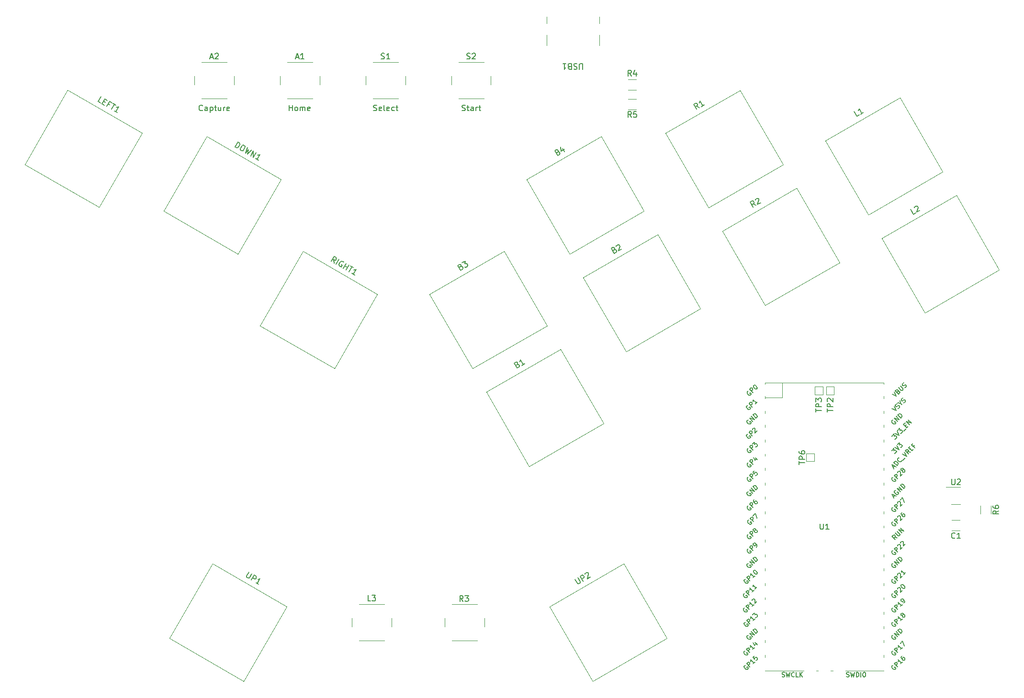
<source format=gto>
%TF.GenerationSoftware,KiCad,Pcbnew,7.0.2*%
%TF.CreationDate,2023-06-22T21:43:46+09:00*%
%TF.ProjectId,mana-board-kicad,6d616e61-2d62-46f6-9172-642d6b696361,rev?*%
%TF.SameCoordinates,Original*%
%TF.FileFunction,Legend,Top*%
%TF.FilePolarity,Positive*%
%FSLAX46Y46*%
G04 Gerber Fmt 4.6, Leading zero omitted, Abs format (unit mm)*
G04 Created by KiCad (PCBNEW 7.0.2) date 2023-06-22 21:43:46*
%MOMM*%
%LPD*%
G01*
G04 APERTURE LIST*
%ADD10C,0.150000*%
%ADD11C,0.120000*%
G04 APERTURE END LIST*
D10*
X137240952Y-50080000D02*
X137383809Y-50127619D01*
X137383809Y-50127619D02*
X137621904Y-50127619D01*
X137621904Y-50127619D02*
X137717142Y-50080000D01*
X137717142Y-50080000D02*
X137764761Y-50032380D01*
X137764761Y-50032380D02*
X137812380Y-49937142D01*
X137812380Y-49937142D02*
X137812380Y-49841904D01*
X137812380Y-49841904D02*
X137764761Y-49746666D01*
X137764761Y-49746666D02*
X137717142Y-49699047D01*
X137717142Y-49699047D02*
X137621904Y-49651428D01*
X137621904Y-49651428D02*
X137431428Y-49603809D01*
X137431428Y-49603809D02*
X137336190Y-49556190D01*
X137336190Y-49556190D02*
X137288571Y-49508571D01*
X137288571Y-49508571D02*
X137240952Y-49413333D01*
X137240952Y-49413333D02*
X137240952Y-49318095D01*
X137240952Y-49318095D02*
X137288571Y-49222857D01*
X137288571Y-49222857D02*
X137336190Y-49175238D01*
X137336190Y-49175238D02*
X137431428Y-49127619D01*
X137431428Y-49127619D02*
X137669523Y-49127619D01*
X137669523Y-49127619D02*
X137812380Y-49175238D01*
X138621904Y-50080000D02*
X138526666Y-50127619D01*
X138526666Y-50127619D02*
X138336190Y-50127619D01*
X138336190Y-50127619D02*
X138240952Y-50080000D01*
X138240952Y-50080000D02*
X138193333Y-49984761D01*
X138193333Y-49984761D02*
X138193333Y-49603809D01*
X138193333Y-49603809D02*
X138240952Y-49508571D01*
X138240952Y-49508571D02*
X138336190Y-49460952D01*
X138336190Y-49460952D02*
X138526666Y-49460952D01*
X138526666Y-49460952D02*
X138621904Y-49508571D01*
X138621904Y-49508571D02*
X138669523Y-49603809D01*
X138669523Y-49603809D02*
X138669523Y-49699047D01*
X138669523Y-49699047D02*
X138193333Y-49794285D01*
X139240952Y-50127619D02*
X139145714Y-50080000D01*
X139145714Y-50080000D02*
X139098095Y-49984761D01*
X139098095Y-49984761D02*
X139098095Y-49127619D01*
X140002857Y-50080000D02*
X139907619Y-50127619D01*
X139907619Y-50127619D02*
X139717143Y-50127619D01*
X139717143Y-50127619D02*
X139621905Y-50080000D01*
X139621905Y-50080000D02*
X139574286Y-49984761D01*
X139574286Y-49984761D02*
X139574286Y-49603809D01*
X139574286Y-49603809D02*
X139621905Y-49508571D01*
X139621905Y-49508571D02*
X139717143Y-49460952D01*
X139717143Y-49460952D02*
X139907619Y-49460952D01*
X139907619Y-49460952D02*
X140002857Y-49508571D01*
X140002857Y-49508571D02*
X140050476Y-49603809D01*
X140050476Y-49603809D02*
X140050476Y-49699047D01*
X140050476Y-49699047D02*
X139574286Y-49794285D01*
X140907619Y-50080000D02*
X140812381Y-50127619D01*
X140812381Y-50127619D02*
X140621905Y-50127619D01*
X140621905Y-50127619D02*
X140526667Y-50080000D01*
X140526667Y-50080000D02*
X140479048Y-50032380D01*
X140479048Y-50032380D02*
X140431429Y-49937142D01*
X140431429Y-49937142D02*
X140431429Y-49651428D01*
X140431429Y-49651428D02*
X140479048Y-49556190D01*
X140479048Y-49556190D02*
X140526667Y-49508571D01*
X140526667Y-49508571D02*
X140621905Y-49460952D01*
X140621905Y-49460952D02*
X140812381Y-49460952D01*
X140812381Y-49460952D02*
X140907619Y-49508571D01*
X141193334Y-49460952D02*
X141574286Y-49460952D01*
X141336191Y-49127619D02*
X141336191Y-49984761D01*
X141336191Y-49984761D02*
X141383810Y-50080000D01*
X141383810Y-50080000D02*
X141479048Y-50127619D01*
X141479048Y-50127619D02*
X141574286Y-50127619D01*
X122299167Y-50127619D02*
X122299167Y-49127619D01*
X122299167Y-49603809D02*
X122870595Y-49603809D01*
X122870595Y-50127619D02*
X122870595Y-49127619D01*
X123489643Y-50127619D02*
X123394405Y-50080000D01*
X123394405Y-50080000D02*
X123346786Y-50032380D01*
X123346786Y-50032380D02*
X123299167Y-49937142D01*
X123299167Y-49937142D02*
X123299167Y-49651428D01*
X123299167Y-49651428D02*
X123346786Y-49556190D01*
X123346786Y-49556190D02*
X123394405Y-49508571D01*
X123394405Y-49508571D02*
X123489643Y-49460952D01*
X123489643Y-49460952D02*
X123632500Y-49460952D01*
X123632500Y-49460952D02*
X123727738Y-49508571D01*
X123727738Y-49508571D02*
X123775357Y-49556190D01*
X123775357Y-49556190D02*
X123822976Y-49651428D01*
X123822976Y-49651428D02*
X123822976Y-49937142D01*
X123822976Y-49937142D02*
X123775357Y-50032380D01*
X123775357Y-50032380D02*
X123727738Y-50080000D01*
X123727738Y-50080000D02*
X123632500Y-50127619D01*
X123632500Y-50127619D02*
X123489643Y-50127619D01*
X124251548Y-50127619D02*
X124251548Y-49460952D01*
X124251548Y-49556190D02*
X124299167Y-49508571D01*
X124299167Y-49508571D02*
X124394405Y-49460952D01*
X124394405Y-49460952D02*
X124537262Y-49460952D01*
X124537262Y-49460952D02*
X124632500Y-49508571D01*
X124632500Y-49508571D02*
X124680119Y-49603809D01*
X124680119Y-49603809D02*
X124680119Y-50127619D01*
X124680119Y-49603809D02*
X124727738Y-49508571D01*
X124727738Y-49508571D02*
X124822976Y-49460952D01*
X124822976Y-49460952D02*
X124965833Y-49460952D01*
X124965833Y-49460952D02*
X125061072Y-49508571D01*
X125061072Y-49508571D02*
X125108691Y-49603809D01*
X125108691Y-49603809D02*
X125108691Y-50127619D01*
X125965833Y-50080000D02*
X125870595Y-50127619D01*
X125870595Y-50127619D02*
X125680119Y-50127619D01*
X125680119Y-50127619D02*
X125584881Y-50080000D01*
X125584881Y-50080000D02*
X125537262Y-49984761D01*
X125537262Y-49984761D02*
X125537262Y-49603809D01*
X125537262Y-49603809D02*
X125584881Y-49508571D01*
X125584881Y-49508571D02*
X125680119Y-49460952D01*
X125680119Y-49460952D02*
X125870595Y-49460952D01*
X125870595Y-49460952D02*
X125965833Y-49508571D01*
X125965833Y-49508571D02*
X126013452Y-49603809D01*
X126013452Y-49603809D02*
X126013452Y-49699047D01*
X126013452Y-49699047D02*
X125537262Y-49794285D01*
X107008570Y-50032380D02*
X106960951Y-50080000D01*
X106960951Y-50080000D02*
X106818094Y-50127619D01*
X106818094Y-50127619D02*
X106722856Y-50127619D01*
X106722856Y-50127619D02*
X106579999Y-50080000D01*
X106579999Y-50080000D02*
X106484761Y-49984761D01*
X106484761Y-49984761D02*
X106437142Y-49889523D01*
X106437142Y-49889523D02*
X106389523Y-49699047D01*
X106389523Y-49699047D02*
X106389523Y-49556190D01*
X106389523Y-49556190D02*
X106437142Y-49365714D01*
X106437142Y-49365714D02*
X106484761Y-49270476D01*
X106484761Y-49270476D02*
X106579999Y-49175238D01*
X106579999Y-49175238D02*
X106722856Y-49127619D01*
X106722856Y-49127619D02*
X106818094Y-49127619D01*
X106818094Y-49127619D02*
X106960951Y-49175238D01*
X106960951Y-49175238D02*
X107008570Y-49222857D01*
X107865713Y-50127619D02*
X107865713Y-49603809D01*
X107865713Y-49603809D02*
X107818094Y-49508571D01*
X107818094Y-49508571D02*
X107722856Y-49460952D01*
X107722856Y-49460952D02*
X107532380Y-49460952D01*
X107532380Y-49460952D02*
X107437142Y-49508571D01*
X107865713Y-50080000D02*
X107770475Y-50127619D01*
X107770475Y-50127619D02*
X107532380Y-50127619D01*
X107532380Y-50127619D02*
X107437142Y-50080000D01*
X107437142Y-50080000D02*
X107389523Y-49984761D01*
X107389523Y-49984761D02*
X107389523Y-49889523D01*
X107389523Y-49889523D02*
X107437142Y-49794285D01*
X107437142Y-49794285D02*
X107532380Y-49746666D01*
X107532380Y-49746666D02*
X107770475Y-49746666D01*
X107770475Y-49746666D02*
X107865713Y-49699047D01*
X108341904Y-49460952D02*
X108341904Y-50460952D01*
X108341904Y-49508571D02*
X108437142Y-49460952D01*
X108437142Y-49460952D02*
X108627618Y-49460952D01*
X108627618Y-49460952D02*
X108722856Y-49508571D01*
X108722856Y-49508571D02*
X108770475Y-49556190D01*
X108770475Y-49556190D02*
X108818094Y-49651428D01*
X108818094Y-49651428D02*
X108818094Y-49937142D01*
X108818094Y-49937142D02*
X108770475Y-50032380D01*
X108770475Y-50032380D02*
X108722856Y-50080000D01*
X108722856Y-50080000D02*
X108627618Y-50127619D01*
X108627618Y-50127619D02*
X108437142Y-50127619D01*
X108437142Y-50127619D02*
X108341904Y-50080000D01*
X109103809Y-49460952D02*
X109484761Y-49460952D01*
X109246666Y-49127619D02*
X109246666Y-49984761D01*
X109246666Y-49984761D02*
X109294285Y-50080000D01*
X109294285Y-50080000D02*
X109389523Y-50127619D01*
X109389523Y-50127619D02*
X109484761Y-50127619D01*
X110246666Y-49460952D02*
X110246666Y-50127619D01*
X109818095Y-49460952D02*
X109818095Y-49984761D01*
X109818095Y-49984761D02*
X109865714Y-50080000D01*
X109865714Y-50080000D02*
X109960952Y-50127619D01*
X109960952Y-50127619D02*
X110103809Y-50127619D01*
X110103809Y-50127619D02*
X110199047Y-50080000D01*
X110199047Y-50080000D02*
X110246666Y-50032380D01*
X110722857Y-50127619D02*
X110722857Y-49460952D01*
X110722857Y-49651428D02*
X110770476Y-49556190D01*
X110770476Y-49556190D02*
X110818095Y-49508571D01*
X110818095Y-49508571D02*
X110913333Y-49460952D01*
X110913333Y-49460952D02*
X111008571Y-49460952D01*
X111722857Y-50080000D02*
X111627619Y-50127619D01*
X111627619Y-50127619D02*
X111437143Y-50127619D01*
X111437143Y-50127619D02*
X111341905Y-50080000D01*
X111341905Y-50080000D02*
X111294286Y-49984761D01*
X111294286Y-49984761D02*
X111294286Y-49603809D01*
X111294286Y-49603809D02*
X111341905Y-49508571D01*
X111341905Y-49508571D02*
X111437143Y-49460952D01*
X111437143Y-49460952D02*
X111627619Y-49460952D01*
X111627619Y-49460952D02*
X111722857Y-49508571D01*
X111722857Y-49508571D02*
X111770476Y-49603809D01*
X111770476Y-49603809D02*
X111770476Y-49699047D01*
X111770476Y-49699047D02*
X111294286Y-49794285D01*
X152880952Y-50080000D02*
X153023809Y-50127619D01*
X153023809Y-50127619D02*
X153261904Y-50127619D01*
X153261904Y-50127619D02*
X153357142Y-50080000D01*
X153357142Y-50080000D02*
X153404761Y-50032380D01*
X153404761Y-50032380D02*
X153452380Y-49937142D01*
X153452380Y-49937142D02*
X153452380Y-49841904D01*
X153452380Y-49841904D02*
X153404761Y-49746666D01*
X153404761Y-49746666D02*
X153357142Y-49699047D01*
X153357142Y-49699047D02*
X153261904Y-49651428D01*
X153261904Y-49651428D02*
X153071428Y-49603809D01*
X153071428Y-49603809D02*
X152976190Y-49556190D01*
X152976190Y-49556190D02*
X152928571Y-49508571D01*
X152928571Y-49508571D02*
X152880952Y-49413333D01*
X152880952Y-49413333D02*
X152880952Y-49318095D01*
X152880952Y-49318095D02*
X152928571Y-49222857D01*
X152928571Y-49222857D02*
X152976190Y-49175238D01*
X152976190Y-49175238D02*
X153071428Y-49127619D01*
X153071428Y-49127619D02*
X153309523Y-49127619D01*
X153309523Y-49127619D02*
X153452380Y-49175238D01*
X153738095Y-49460952D02*
X154119047Y-49460952D01*
X153880952Y-49127619D02*
X153880952Y-49984761D01*
X153880952Y-49984761D02*
X153928571Y-50080000D01*
X153928571Y-50080000D02*
X154023809Y-50127619D01*
X154023809Y-50127619D02*
X154119047Y-50127619D01*
X154880952Y-50127619D02*
X154880952Y-49603809D01*
X154880952Y-49603809D02*
X154833333Y-49508571D01*
X154833333Y-49508571D02*
X154738095Y-49460952D01*
X154738095Y-49460952D02*
X154547619Y-49460952D01*
X154547619Y-49460952D02*
X154452381Y-49508571D01*
X154880952Y-50080000D02*
X154785714Y-50127619D01*
X154785714Y-50127619D02*
X154547619Y-50127619D01*
X154547619Y-50127619D02*
X154452381Y-50080000D01*
X154452381Y-50080000D02*
X154404762Y-49984761D01*
X154404762Y-49984761D02*
X154404762Y-49889523D01*
X154404762Y-49889523D02*
X154452381Y-49794285D01*
X154452381Y-49794285D02*
X154547619Y-49746666D01*
X154547619Y-49746666D02*
X154785714Y-49746666D01*
X154785714Y-49746666D02*
X154880952Y-49699047D01*
X155357143Y-50127619D02*
X155357143Y-49460952D01*
X155357143Y-49651428D02*
X155404762Y-49556190D01*
X155404762Y-49556190D02*
X155452381Y-49508571D01*
X155452381Y-49508571D02*
X155547619Y-49460952D01*
X155547619Y-49460952D02*
X155642857Y-49460952D01*
X155833334Y-49460952D02*
X156214286Y-49460952D01*
X155976191Y-49127619D02*
X155976191Y-49984761D01*
X155976191Y-49984761D02*
X156023810Y-50080000D01*
X156023810Y-50080000D02*
X156119048Y-50127619D01*
X156119048Y-50127619D02*
X156214286Y-50127619D01*
%TO.C,B1*%
X162666965Y-95051312D02*
X162814492Y-95021122D01*
X162814492Y-95021122D02*
X162879541Y-95038552D01*
X162879541Y-95038552D02*
X162968399Y-95097221D01*
X162968399Y-95097221D02*
X163039828Y-95220939D01*
X163039828Y-95220939D02*
X163046208Y-95327227D01*
X163046208Y-95327227D02*
X163028778Y-95392276D01*
X163028778Y-95392276D02*
X162970109Y-95481135D01*
X162970109Y-95481135D02*
X162640194Y-95671611D01*
X162640194Y-95671611D02*
X162140194Y-94805585D01*
X162140194Y-94805585D02*
X162428869Y-94638919D01*
X162428869Y-94638919D02*
X162535157Y-94632539D01*
X162535157Y-94632539D02*
X162600206Y-94649969D01*
X162600206Y-94649969D02*
X162689065Y-94708638D01*
X162689065Y-94708638D02*
X162736684Y-94791116D01*
X162736684Y-94791116D02*
X162743063Y-94897405D01*
X162743063Y-94897405D02*
X162725634Y-94962453D01*
X162725634Y-94962453D02*
X162666965Y-95051312D01*
X162666965Y-95051312D02*
X162378289Y-95217978D01*
X163959852Y-94909706D02*
X163464980Y-95195420D01*
X163712416Y-95052563D02*
X163212416Y-94186538D01*
X163212416Y-94186538D02*
X163201366Y-94357875D01*
X163201366Y-94357875D02*
X163166507Y-94487972D01*
X163166507Y-94487972D02*
X163107837Y-94576831D01*
%TO.C,C1*%
X240083333Y-125717380D02*
X240035714Y-125765000D01*
X240035714Y-125765000D02*
X239892857Y-125812619D01*
X239892857Y-125812619D02*
X239797619Y-125812619D01*
X239797619Y-125812619D02*
X239654762Y-125765000D01*
X239654762Y-125765000D02*
X239559524Y-125669761D01*
X239559524Y-125669761D02*
X239511905Y-125574523D01*
X239511905Y-125574523D02*
X239464286Y-125384047D01*
X239464286Y-125384047D02*
X239464286Y-125241190D01*
X239464286Y-125241190D02*
X239511905Y-125050714D01*
X239511905Y-125050714D02*
X239559524Y-124955476D01*
X239559524Y-124955476D02*
X239654762Y-124860238D01*
X239654762Y-124860238D02*
X239797619Y-124812619D01*
X239797619Y-124812619D02*
X239892857Y-124812619D01*
X239892857Y-124812619D02*
X240035714Y-124860238D01*
X240035714Y-124860238D02*
X240083333Y-124907857D01*
X241035714Y-125812619D02*
X240464286Y-125812619D01*
X240750000Y-125812619D02*
X240750000Y-124812619D01*
X240750000Y-124812619D02*
X240654762Y-124955476D01*
X240654762Y-124955476D02*
X240559524Y-125050714D01*
X240559524Y-125050714D02*
X240464286Y-125098333D01*
%TO.C,B3*%
X152666966Y-77730805D02*
X152814493Y-77700615D01*
X152814493Y-77700615D02*
X152879542Y-77718045D01*
X152879542Y-77718045D02*
X152968400Y-77776714D01*
X152968400Y-77776714D02*
X153039829Y-77900432D01*
X153039829Y-77900432D02*
X153046209Y-78006720D01*
X153046209Y-78006720D02*
X153028779Y-78071769D01*
X153028779Y-78071769D02*
X152970110Y-78160628D01*
X152970110Y-78160628D02*
X152640195Y-78351104D01*
X152640195Y-78351104D02*
X152140195Y-77485078D01*
X152140195Y-77485078D02*
X152428870Y-77318412D01*
X152428870Y-77318412D02*
X152535158Y-77312032D01*
X152535158Y-77312032D02*
X152600207Y-77329462D01*
X152600207Y-77329462D02*
X152689066Y-77388131D01*
X152689066Y-77388131D02*
X152736685Y-77470609D01*
X152736685Y-77470609D02*
X152743064Y-77576898D01*
X152743064Y-77576898D02*
X152725635Y-77641946D01*
X152725635Y-77641946D02*
X152666966Y-77730805D01*
X152666966Y-77730805D02*
X152378290Y-77897471D01*
X152923742Y-77032697D02*
X153459853Y-76723174D01*
X153459853Y-76723174D02*
X153361654Y-77219755D01*
X153361654Y-77219755D02*
X153485372Y-77148326D01*
X153485372Y-77148326D02*
X153591660Y-77141946D01*
X153591660Y-77141946D02*
X153656709Y-77159376D01*
X153656709Y-77159376D02*
X153745567Y-77218045D01*
X153745567Y-77218045D02*
X153864615Y-77424242D01*
X153864615Y-77424242D02*
X153870995Y-77530530D01*
X153870995Y-77530530D02*
X153853565Y-77595579D01*
X153853565Y-77595579D02*
X153794896Y-77684437D01*
X153794896Y-77684437D02*
X153547460Y-77827294D01*
X153547460Y-77827294D02*
X153441172Y-77833674D01*
X153441172Y-77833674D02*
X153376123Y-77816244D01*
%TO.C,R4*%
X182833333Y-43962619D02*
X182500000Y-43486428D01*
X182261905Y-43962619D02*
X182261905Y-42962619D01*
X182261905Y-42962619D02*
X182642857Y-42962619D01*
X182642857Y-42962619D02*
X182738095Y-43010238D01*
X182738095Y-43010238D02*
X182785714Y-43057857D01*
X182785714Y-43057857D02*
X182833333Y-43153095D01*
X182833333Y-43153095D02*
X182833333Y-43295952D01*
X182833333Y-43295952D02*
X182785714Y-43391190D01*
X182785714Y-43391190D02*
X182738095Y-43438809D01*
X182738095Y-43438809D02*
X182642857Y-43486428D01*
X182642857Y-43486428D02*
X182261905Y-43486428D01*
X183690476Y-43295952D02*
X183690476Y-43962619D01*
X183452381Y-42915000D02*
X183214286Y-43629285D01*
X183214286Y-43629285D02*
X183833333Y-43629285D01*
%TO.C,TP6*%
X212514619Y-112731904D02*
X212514619Y-112160476D01*
X213514619Y-112446190D02*
X212514619Y-112446190D01*
X213514619Y-111827142D02*
X212514619Y-111827142D01*
X212514619Y-111827142D02*
X212514619Y-111446190D01*
X212514619Y-111446190D02*
X212562238Y-111350952D01*
X212562238Y-111350952D02*
X212609857Y-111303333D01*
X212609857Y-111303333D02*
X212705095Y-111255714D01*
X212705095Y-111255714D02*
X212847952Y-111255714D01*
X212847952Y-111255714D02*
X212943190Y-111303333D01*
X212943190Y-111303333D02*
X212990809Y-111350952D01*
X212990809Y-111350952D02*
X213038428Y-111446190D01*
X213038428Y-111446190D02*
X213038428Y-111827142D01*
X212514619Y-110398571D02*
X212514619Y-110589047D01*
X212514619Y-110589047D02*
X212562238Y-110684285D01*
X212562238Y-110684285D02*
X212609857Y-110731904D01*
X212609857Y-110731904D02*
X212752714Y-110827142D01*
X212752714Y-110827142D02*
X212943190Y-110874761D01*
X212943190Y-110874761D02*
X213324142Y-110874761D01*
X213324142Y-110874761D02*
X213419380Y-110827142D01*
X213419380Y-110827142D02*
X213467000Y-110779523D01*
X213467000Y-110779523D02*
X213514619Y-110684285D01*
X213514619Y-110684285D02*
X213514619Y-110493809D01*
X213514619Y-110493809D02*
X213467000Y-110398571D01*
X213467000Y-110398571D02*
X213419380Y-110350952D01*
X213419380Y-110350952D02*
X213324142Y-110303333D01*
X213324142Y-110303333D02*
X213086047Y-110303333D01*
X213086047Y-110303333D02*
X212990809Y-110350952D01*
X212990809Y-110350952D02*
X212943190Y-110398571D01*
X212943190Y-110398571D02*
X212895571Y-110493809D01*
X212895571Y-110493809D02*
X212895571Y-110684285D01*
X212895571Y-110684285D02*
X212943190Y-110779523D01*
X212943190Y-110779523D02*
X212990809Y-110827142D01*
X212990809Y-110827142D02*
X213086047Y-110874761D01*
%TO.C,S1*%
X138598095Y-40915000D02*
X138740952Y-40962619D01*
X138740952Y-40962619D02*
X138979047Y-40962619D01*
X138979047Y-40962619D02*
X139074285Y-40915000D01*
X139074285Y-40915000D02*
X139121904Y-40867380D01*
X139121904Y-40867380D02*
X139169523Y-40772142D01*
X139169523Y-40772142D02*
X139169523Y-40676904D01*
X139169523Y-40676904D02*
X139121904Y-40581666D01*
X139121904Y-40581666D02*
X139074285Y-40534047D01*
X139074285Y-40534047D02*
X138979047Y-40486428D01*
X138979047Y-40486428D02*
X138788571Y-40438809D01*
X138788571Y-40438809D02*
X138693333Y-40391190D01*
X138693333Y-40391190D02*
X138645714Y-40343571D01*
X138645714Y-40343571D02*
X138598095Y-40248333D01*
X138598095Y-40248333D02*
X138598095Y-40153095D01*
X138598095Y-40153095D02*
X138645714Y-40057857D01*
X138645714Y-40057857D02*
X138693333Y-40010238D01*
X138693333Y-40010238D02*
X138788571Y-39962619D01*
X138788571Y-39962619D02*
X139026666Y-39962619D01*
X139026666Y-39962619D02*
X139169523Y-40010238D01*
X140121904Y-40962619D02*
X139550476Y-40962619D01*
X139836190Y-40962619D02*
X139836190Y-39962619D01*
X139836190Y-39962619D02*
X139740952Y-40105476D01*
X139740952Y-40105476D02*
X139645714Y-40200714D01*
X139645714Y-40200714D02*
X139550476Y-40248333D01*
%TO.C,R6*%
X247782619Y-120916666D02*
X247306428Y-121249999D01*
X247782619Y-121488094D02*
X246782619Y-121488094D01*
X246782619Y-121488094D02*
X246782619Y-121107142D01*
X246782619Y-121107142D02*
X246830238Y-121011904D01*
X246830238Y-121011904D02*
X246877857Y-120964285D01*
X246877857Y-120964285D02*
X246973095Y-120916666D01*
X246973095Y-120916666D02*
X247115952Y-120916666D01*
X247115952Y-120916666D02*
X247211190Y-120964285D01*
X247211190Y-120964285D02*
X247258809Y-121011904D01*
X247258809Y-121011904D02*
X247306428Y-121107142D01*
X247306428Y-121107142D02*
X247306428Y-121488094D01*
X246782619Y-120059523D02*
X246782619Y-120249999D01*
X246782619Y-120249999D02*
X246830238Y-120345237D01*
X246830238Y-120345237D02*
X246877857Y-120392856D01*
X246877857Y-120392856D02*
X247020714Y-120488094D01*
X247020714Y-120488094D02*
X247211190Y-120535713D01*
X247211190Y-120535713D02*
X247592142Y-120535713D01*
X247592142Y-120535713D02*
X247687380Y-120488094D01*
X247687380Y-120488094D02*
X247735000Y-120440475D01*
X247735000Y-120440475D02*
X247782619Y-120345237D01*
X247782619Y-120345237D02*
X247782619Y-120154761D01*
X247782619Y-120154761D02*
X247735000Y-120059523D01*
X247735000Y-120059523D02*
X247687380Y-120011904D01*
X247687380Y-120011904D02*
X247592142Y-119964285D01*
X247592142Y-119964285D02*
X247354047Y-119964285D01*
X247354047Y-119964285D02*
X247258809Y-120011904D01*
X247258809Y-120011904D02*
X247211190Y-120059523D01*
X247211190Y-120059523D02*
X247163571Y-120154761D01*
X247163571Y-120154761D02*
X247163571Y-120345237D01*
X247163571Y-120345237D02*
X247211190Y-120440475D01*
X247211190Y-120440475D02*
X247258809Y-120488094D01*
X247258809Y-120488094D02*
X247354047Y-120535713D01*
%TO.C,S2*%
X153738095Y-40915000D02*
X153880952Y-40962619D01*
X153880952Y-40962619D02*
X154119047Y-40962619D01*
X154119047Y-40962619D02*
X154214285Y-40915000D01*
X154214285Y-40915000D02*
X154261904Y-40867380D01*
X154261904Y-40867380D02*
X154309523Y-40772142D01*
X154309523Y-40772142D02*
X154309523Y-40676904D01*
X154309523Y-40676904D02*
X154261904Y-40581666D01*
X154261904Y-40581666D02*
X154214285Y-40534047D01*
X154214285Y-40534047D02*
X154119047Y-40486428D01*
X154119047Y-40486428D02*
X153928571Y-40438809D01*
X153928571Y-40438809D02*
X153833333Y-40391190D01*
X153833333Y-40391190D02*
X153785714Y-40343571D01*
X153785714Y-40343571D02*
X153738095Y-40248333D01*
X153738095Y-40248333D02*
X153738095Y-40153095D01*
X153738095Y-40153095D02*
X153785714Y-40057857D01*
X153785714Y-40057857D02*
X153833333Y-40010238D01*
X153833333Y-40010238D02*
X153928571Y-39962619D01*
X153928571Y-39962619D02*
X154166666Y-39962619D01*
X154166666Y-39962619D02*
X154309523Y-40010238D01*
X154690476Y-40057857D02*
X154738095Y-40010238D01*
X154738095Y-40010238D02*
X154833333Y-39962619D01*
X154833333Y-39962619D02*
X155071428Y-39962619D01*
X155071428Y-39962619D02*
X155166666Y-40010238D01*
X155166666Y-40010238D02*
X155214285Y-40057857D01*
X155214285Y-40057857D02*
X155261904Y-40153095D01*
X155261904Y-40153095D02*
X155261904Y-40248333D01*
X155261904Y-40248333D02*
X155214285Y-40391190D01*
X155214285Y-40391190D02*
X154642857Y-40962619D01*
X154642857Y-40962619D02*
X155261904Y-40962619D01*
%TO.C,B4*%
X169817600Y-57436575D02*
X169965127Y-57406385D01*
X169965127Y-57406385D02*
X170030176Y-57423815D01*
X170030176Y-57423815D02*
X170119034Y-57482484D01*
X170119034Y-57482484D02*
X170190463Y-57606202D01*
X170190463Y-57606202D02*
X170196843Y-57712490D01*
X170196843Y-57712490D02*
X170179413Y-57777539D01*
X170179413Y-57777539D02*
X170120744Y-57866398D01*
X170120744Y-57866398D02*
X169790829Y-58056874D01*
X169790829Y-58056874D02*
X169290829Y-57190848D01*
X169290829Y-57190848D02*
X169579504Y-57024182D01*
X169579504Y-57024182D02*
X169685792Y-57017802D01*
X169685792Y-57017802D02*
X169750841Y-57035232D01*
X169750841Y-57035232D02*
X169839700Y-57093901D01*
X169839700Y-57093901D02*
X169887319Y-57176379D01*
X169887319Y-57176379D02*
X169893698Y-57282668D01*
X169893698Y-57282668D02*
X169876269Y-57347716D01*
X169876269Y-57347716D02*
X169817600Y-57436575D01*
X169817600Y-57436575D02*
X169528924Y-57603241D01*
X170694675Y-56765238D02*
X171028008Y-57342588D01*
X170298002Y-56554371D02*
X170448949Y-57292008D01*
X170448949Y-57292008D02*
X170985060Y-56982484D01*
%TO.C,U1*%
X216238095Y-123212619D02*
X216238095Y-124022142D01*
X216238095Y-124022142D02*
X216285714Y-124117380D01*
X216285714Y-124117380D02*
X216333333Y-124165000D01*
X216333333Y-124165000D02*
X216428571Y-124212619D01*
X216428571Y-124212619D02*
X216619047Y-124212619D01*
X216619047Y-124212619D02*
X216714285Y-124165000D01*
X216714285Y-124165000D02*
X216761904Y-124117380D01*
X216761904Y-124117380D02*
X216809523Y-124022142D01*
X216809523Y-124022142D02*
X216809523Y-123212619D01*
X217809523Y-124212619D02*
X217238095Y-124212619D01*
X217523809Y-124212619D02*
X217523809Y-123212619D01*
X217523809Y-123212619D02*
X217428571Y-123355476D01*
X217428571Y-123355476D02*
X217333333Y-123450714D01*
X217333333Y-123450714D02*
X217238095Y-123498333D01*
X203518888Y-99747009D02*
X203438075Y-99773946D01*
X203438075Y-99773946D02*
X203357263Y-99854759D01*
X203357263Y-99854759D02*
X203303388Y-99962508D01*
X203303388Y-99962508D02*
X203303388Y-100070258D01*
X203303388Y-100070258D02*
X203330326Y-100151070D01*
X203330326Y-100151070D02*
X203411138Y-100285757D01*
X203411138Y-100285757D02*
X203491950Y-100366569D01*
X203491950Y-100366569D02*
X203626637Y-100447382D01*
X203626637Y-100447382D02*
X203707449Y-100474319D01*
X203707449Y-100474319D02*
X203815199Y-100474319D01*
X203815199Y-100474319D02*
X203922949Y-100420444D01*
X203922949Y-100420444D02*
X203976823Y-100366569D01*
X203976823Y-100366569D02*
X204030698Y-100258820D01*
X204030698Y-100258820D02*
X204030698Y-100204945D01*
X204030698Y-100204945D02*
X203842136Y-100016383D01*
X203842136Y-100016383D02*
X203734387Y-100124133D01*
X204327010Y-100016383D02*
X203761324Y-99450698D01*
X203761324Y-99450698D02*
X203976823Y-99235198D01*
X203976823Y-99235198D02*
X204057636Y-99208261D01*
X204057636Y-99208261D02*
X204111510Y-99208261D01*
X204111510Y-99208261D02*
X204192323Y-99235198D01*
X204192323Y-99235198D02*
X204273135Y-99316011D01*
X204273135Y-99316011D02*
X204300072Y-99396823D01*
X204300072Y-99396823D02*
X204300072Y-99450698D01*
X204300072Y-99450698D02*
X204273135Y-99531510D01*
X204273135Y-99531510D02*
X204057636Y-99747009D01*
X204434759Y-98777263D02*
X204488634Y-98723388D01*
X204488634Y-98723388D02*
X204569446Y-98696450D01*
X204569446Y-98696450D02*
X204623321Y-98696450D01*
X204623321Y-98696450D02*
X204704133Y-98723388D01*
X204704133Y-98723388D02*
X204838820Y-98804200D01*
X204838820Y-98804200D02*
X204973507Y-98938887D01*
X204973507Y-98938887D02*
X205054319Y-99073574D01*
X205054319Y-99073574D02*
X205081257Y-99154386D01*
X205081257Y-99154386D02*
X205081257Y-99208261D01*
X205081257Y-99208261D02*
X205054319Y-99289073D01*
X205054319Y-99289073D02*
X205000445Y-99342948D01*
X205000445Y-99342948D02*
X204919632Y-99369885D01*
X204919632Y-99369885D02*
X204865758Y-99369885D01*
X204865758Y-99369885D02*
X204784945Y-99342948D01*
X204784945Y-99342948D02*
X204650258Y-99262136D01*
X204650258Y-99262136D02*
X204515571Y-99127449D01*
X204515571Y-99127449D02*
X204434759Y-98992762D01*
X204434759Y-98992762D02*
X204407822Y-98911950D01*
X204407822Y-98911950D02*
X204407822Y-98858075D01*
X204407822Y-98858075D02*
X204434759Y-98777263D01*
X203618888Y-122577009D02*
X203538075Y-122603946D01*
X203538075Y-122603946D02*
X203457263Y-122684759D01*
X203457263Y-122684759D02*
X203403388Y-122792508D01*
X203403388Y-122792508D02*
X203403388Y-122900258D01*
X203403388Y-122900258D02*
X203430326Y-122981070D01*
X203430326Y-122981070D02*
X203511138Y-123115757D01*
X203511138Y-123115757D02*
X203591950Y-123196569D01*
X203591950Y-123196569D02*
X203726637Y-123277382D01*
X203726637Y-123277382D02*
X203807449Y-123304319D01*
X203807449Y-123304319D02*
X203915199Y-123304319D01*
X203915199Y-123304319D02*
X204022949Y-123250444D01*
X204022949Y-123250444D02*
X204076823Y-123196569D01*
X204076823Y-123196569D02*
X204130698Y-123088820D01*
X204130698Y-123088820D02*
X204130698Y-123034945D01*
X204130698Y-123034945D02*
X203942136Y-122846383D01*
X203942136Y-122846383D02*
X203834387Y-122954133D01*
X204427010Y-122846383D02*
X203861324Y-122280698D01*
X203861324Y-122280698D02*
X204076823Y-122065198D01*
X204076823Y-122065198D02*
X204157636Y-122038261D01*
X204157636Y-122038261D02*
X204211510Y-122038261D01*
X204211510Y-122038261D02*
X204292323Y-122065198D01*
X204292323Y-122065198D02*
X204373135Y-122146011D01*
X204373135Y-122146011D02*
X204400072Y-122226823D01*
X204400072Y-122226823D02*
X204400072Y-122280698D01*
X204400072Y-122280698D02*
X204373135Y-122361510D01*
X204373135Y-122361510D02*
X204157636Y-122577009D01*
X204373135Y-121768887D02*
X204750258Y-121391763D01*
X204750258Y-121391763D02*
X205073507Y-122199885D01*
X202995513Y-133036384D02*
X202914701Y-133063321D01*
X202914701Y-133063321D02*
X202833889Y-133144133D01*
X202833889Y-133144133D02*
X202780014Y-133251883D01*
X202780014Y-133251883D02*
X202780014Y-133359632D01*
X202780014Y-133359632D02*
X202806951Y-133440445D01*
X202806951Y-133440445D02*
X202887764Y-133575132D01*
X202887764Y-133575132D02*
X202968576Y-133655944D01*
X202968576Y-133655944D02*
X203103263Y-133736756D01*
X203103263Y-133736756D02*
X203184075Y-133763693D01*
X203184075Y-133763693D02*
X203291825Y-133763693D01*
X203291825Y-133763693D02*
X203399574Y-133709819D01*
X203399574Y-133709819D02*
X203453449Y-133655944D01*
X203453449Y-133655944D02*
X203507324Y-133548194D01*
X203507324Y-133548194D02*
X203507324Y-133494319D01*
X203507324Y-133494319D02*
X203318762Y-133305758D01*
X203318762Y-133305758D02*
X203211012Y-133413507D01*
X203803635Y-133305758D02*
X203237950Y-132740072D01*
X203237950Y-132740072D02*
X203453449Y-132524573D01*
X203453449Y-132524573D02*
X203534261Y-132497636D01*
X203534261Y-132497636D02*
X203588136Y-132497636D01*
X203588136Y-132497636D02*
X203668948Y-132524573D01*
X203668948Y-132524573D02*
X203749760Y-132605385D01*
X203749760Y-132605385D02*
X203776698Y-132686197D01*
X203776698Y-132686197D02*
X203776698Y-132740072D01*
X203776698Y-132740072D02*
X203749760Y-132820884D01*
X203749760Y-132820884D02*
X203534261Y-133036384D01*
X204665632Y-132443761D02*
X204342383Y-132767010D01*
X204504008Y-132605385D02*
X203938322Y-132039700D01*
X203938322Y-132039700D02*
X203965260Y-132174387D01*
X203965260Y-132174387D02*
X203965260Y-132282136D01*
X203965260Y-132282136D02*
X203938322Y-132362948D01*
X204450133Y-131527889D02*
X204504008Y-131474014D01*
X204504008Y-131474014D02*
X204584820Y-131447077D01*
X204584820Y-131447077D02*
X204638695Y-131447077D01*
X204638695Y-131447077D02*
X204719507Y-131474014D01*
X204719507Y-131474014D02*
X204854194Y-131554826D01*
X204854194Y-131554826D02*
X204988881Y-131689513D01*
X204988881Y-131689513D02*
X205069693Y-131824200D01*
X205069693Y-131824200D02*
X205096631Y-131905013D01*
X205096631Y-131905013D02*
X205096631Y-131958887D01*
X205096631Y-131958887D02*
X205069693Y-132039700D01*
X205069693Y-132039700D02*
X205015818Y-132093574D01*
X205015818Y-132093574D02*
X204935006Y-132120512D01*
X204935006Y-132120512D02*
X204881131Y-132120512D01*
X204881131Y-132120512D02*
X204800319Y-132093574D01*
X204800319Y-132093574D02*
X204665632Y-132012762D01*
X204665632Y-132012762D02*
X204530945Y-131878075D01*
X204530945Y-131878075D02*
X204450133Y-131743388D01*
X204450133Y-131743388D02*
X204423196Y-131662576D01*
X204423196Y-131662576D02*
X204423196Y-131608701D01*
X204423196Y-131608701D02*
X204450133Y-131527889D01*
X229103513Y-120346384D02*
X229022701Y-120373321D01*
X229022701Y-120373321D02*
X228941889Y-120454133D01*
X228941889Y-120454133D02*
X228888014Y-120561883D01*
X228888014Y-120561883D02*
X228888014Y-120669632D01*
X228888014Y-120669632D02*
X228914951Y-120750445D01*
X228914951Y-120750445D02*
X228995764Y-120885132D01*
X228995764Y-120885132D02*
X229076576Y-120965944D01*
X229076576Y-120965944D02*
X229211263Y-121046756D01*
X229211263Y-121046756D02*
X229292075Y-121073693D01*
X229292075Y-121073693D02*
X229399825Y-121073693D01*
X229399825Y-121073693D02*
X229507574Y-121019819D01*
X229507574Y-121019819D02*
X229561449Y-120965944D01*
X229561449Y-120965944D02*
X229615324Y-120858194D01*
X229615324Y-120858194D02*
X229615324Y-120804319D01*
X229615324Y-120804319D02*
X229426762Y-120615758D01*
X229426762Y-120615758D02*
X229319012Y-120723507D01*
X229911635Y-120615758D02*
X229345950Y-120050072D01*
X229345950Y-120050072D02*
X229561449Y-119834573D01*
X229561449Y-119834573D02*
X229642261Y-119807636D01*
X229642261Y-119807636D02*
X229696136Y-119807636D01*
X229696136Y-119807636D02*
X229776948Y-119834573D01*
X229776948Y-119834573D02*
X229857760Y-119915385D01*
X229857760Y-119915385D02*
X229884698Y-119996197D01*
X229884698Y-119996197D02*
X229884698Y-120050072D01*
X229884698Y-120050072D02*
X229857760Y-120130884D01*
X229857760Y-120130884D02*
X229642261Y-120346384D01*
X229938573Y-119565199D02*
X229938573Y-119511324D01*
X229938573Y-119511324D02*
X229965510Y-119430512D01*
X229965510Y-119430512D02*
X230100197Y-119295825D01*
X230100197Y-119295825D02*
X230181009Y-119268887D01*
X230181009Y-119268887D02*
X230234884Y-119268887D01*
X230234884Y-119268887D02*
X230315696Y-119295825D01*
X230315696Y-119295825D02*
X230369571Y-119349700D01*
X230369571Y-119349700D02*
X230423446Y-119457449D01*
X230423446Y-119457449D02*
X230423446Y-120103947D01*
X230423446Y-120103947D02*
X230773632Y-119753761D01*
X230396509Y-118999513D02*
X230773632Y-118622390D01*
X230773632Y-118622390D02*
X231096881Y-119430512D01*
X202849513Y-135576384D02*
X202768701Y-135603321D01*
X202768701Y-135603321D02*
X202687889Y-135684133D01*
X202687889Y-135684133D02*
X202634014Y-135791883D01*
X202634014Y-135791883D02*
X202634014Y-135899632D01*
X202634014Y-135899632D02*
X202660951Y-135980445D01*
X202660951Y-135980445D02*
X202741764Y-136115132D01*
X202741764Y-136115132D02*
X202822576Y-136195944D01*
X202822576Y-136195944D02*
X202957263Y-136276756D01*
X202957263Y-136276756D02*
X203038075Y-136303693D01*
X203038075Y-136303693D02*
X203145825Y-136303693D01*
X203145825Y-136303693D02*
X203253574Y-136249819D01*
X203253574Y-136249819D02*
X203307449Y-136195944D01*
X203307449Y-136195944D02*
X203361324Y-136088194D01*
X203361324Y-136088194D02*
X203361324Y-136034319D01*
X203361324Y-136034319D02*
X203172762Y-135845758D01*
X203172762Y-135845758D02*
X203065012Y-135953507D01*
X203657635Y-135845758D02*
X203091950Y-135280072D01*
X203091950Y-135280072D02*
X203307449Y-135064573D01*
X203307449Y-135064573D02*
X203388261Y-135037636D01*
X203388261Y-135037636D02*
X203442136Y-135037636D01*
X203442136Y-135037636D02*
X203522948Y-135064573D01*
X203522948Y-135064573D02*
X203603760Y-135145385D01*
X203603760Y-135145385D02*
X203630698Y-135226197D01*
X203630698Y-135226197D02*
X203630698Y-135280072D01*
X203630698Y-135280072D02*
X203603760Y-135360884D01*
X203603760Y-135360884D02*
X203388261Y-135576384D01*
X204519632Y-134983761D02*
X204196383Y-135307010D01*
X204358008Y-135145385D02*
X203792322Y-134579700D01*
X203792322Y-134579700D02*
X203819260Y-134714387D01*
X203819260Y-134714387D02*
X203819260Y-134822136D01*
X203819260Y-134822136D02*
X203792322Y-134902948D01*
X205058380Y-134445013D02*
X204735131Y-134768261D01*
X204896756Y-134606637D02*
X204331070Y-134040951D01*
X204331070Y-134040951D02*
X204358008Y-134175638D01*
X204358008Y-134175638D02*
X204358008Y-134283388D01*
X204358008Y-134283388D02*
X204331070Y-134364200D01*
X228927923Y-107714099D02*
X229278109Y-107363913D01*
X229278109Y-107363913D02*
X229305046Y-107767974D01*
X229305046Y-107767974D02*
X229385859Y-107687162D01*
X229385859Y-107687162D02*
X229466671Y-107660224D01*
X229466671Y-107660224D02*
X229520546Y-107660224D01*
X229520546Y-107660224D02*
X229601358Y-107687162D01*
X229601358Y-107687162D02*
X229736045Y-107821849D01*
X229736045Y-107821849D02*
X229762982Y-107902661D01*
X229762982Y-107902661D02*
X229762982Y-107956536D01*
X229762982Y-107956536D02*
X229736045Y-108037348D01*
X229736045Y-108037348D02*
X229574420Y-108198972D01*
X229574420Y-108198972D02*
X229493608Y-108225910D01*
X229493608Y-108225910D02*
X229439733Y-108225910D01*
X229439733Y-107202288D02*
X230193981Y-107579412D01*
X230193981Y-107579412D02*
X229816857Y-106825165D01*
X229951544Y-106690478D02*
X230301730Y-106340292D01*
X230301730Y-106340292D02*
X230328668Y-106744353D01*
X230328668Y-106744353D02*
X230409480Y-106663541D01*
X230409480Y-106663541D02*
X230490292Y-106636603D01*
X230490292Y-106636603D02*
X230544167Y-106636603D01*
X230544167Y-106636603D02*
X230624979Y-106663541D01*
X230624979Y-106663541D02*
X230759666Y-106798228D01*
X230759666Y-106798228D02*
X230786603Y-106879040D01*
X230786603Y-106879040D02*
X230786603Y-106932915D01*
X230786603Y-106932915D02*
X230759666Y-107013727D01*
X230759666Y-107013727D02*
X230598042Y-107175351D01*
X230598042Y-107175351D02*
X230517229Y-107202289D01*
X230517229Y-107202289D02*
X230463355Y-107202289D01*
X231029040Y-106852102D02*
X231460039Y-106421104D01*
X231244539Y-105936230D02*
X231433101Y-105747669D01*
X231810225Y-105963168D02*
X231540851Y-106232542D01*
X231540851Y-106232542D02*
X230975165Y-105666856D01*
X230975165Y-105666856D02*
X231244539Y-105397482D01*
X232052662Y-105720731D02*
X231486976Y-105155045D01*
X231486976Y-105155045D02*
X232375911Y-105397482D01*
X232375911Y-105397482D02*
X231810225Y-104831797D01*
X229103513Y-115002384D02*
X229022701Y-115029321D01*
X229022701Y-115029321D02*
X228941889Y-115110133D01*
X228941889Y-115110133D02*
X228888014Y-115217883D01*
X228888014Y-115217883D02*
X228888014Y-115325632D01*
X228888014Y-115325632D02*
X228914951Y-115406445D01*
X228914951Y-115406445D02*
X228995764Y-115541132D01*
X228995764Y-115541132D02*
X229076576Y-115621944D01*
X229076576Y-115621944D02*
X229211263Y-115702756D01*
X229211263Y-115702756D02*
X229292075Y-115729693D01*
X229292075Y-115729693D02*
X229399825Y-115729693D01*
X229399825Y-115729693D02*
X229507574Y-115675819D01*
X229507574Y-115675819D02*
X229561449Y-115621944D01*
X229561449Y-115621944D02*
X229615324Y-115514194D01*
X229615324Y-115514194D02*
X229615324Y-115460319D01*
X229615324Y-115460319D02*
X229426762Y-115271758D01*
X229426762Y-115271758D02*
X229319012Y-115379507D01*
X229911635Y-115271758D02*
X229345950Y-114706072D01*
X229345950Y-114706072D02*
X229561449Y-114490573D01*
X229561449Y-114490573D02*
X229642261Y-114463636D01*
X229642261Y-114463636D02*
X229696136Y-114463636D01*
X229696136Y-114463636D02*
X229776948Y-114490573D01*
X229776948Y-114490573D02*
X229857760Y-114571385D01*
X229857760Y-114571385D02*
X229884698Y-114652197D01*
X229884698Y-114652197D02*
X229884698Y-114706072D01*
X229884698Y-114706072D02*
X229857760Y-114786884D01*
X229857760Y-114786884D02*
X229642261Y-115002384D01*
X229938573Y-114221199D02*
X229938573Y-114167324D01*
X229938573Y-114167324D02*
X229965510Y-114086512D01*
X229965510Y-114086512D02*
X230100197Y-113951825D01*
X230100197Y-113951825D02*
X230181009Y-113924887D01*
X230181009Y-113924887D02*
X230234884Y-113924887D01*
X230234884Y-113924887D02*
X230315696Y-113951825D01*
X230315696Y-113951825D02*
X230369571Y-114005700D01*
X230369571Y-114005700D02*
X230423446Y-114113449D01*
X230423446Y-114113449D02*
X230423446Y-114759947D01*
X230423446Y-114759947D02*
X230773632Y-114409761D01*
X230773632Y-113763263D02*
X230692820Y-113790200D01*
X230692820Y-113790200D02*
X230638945Y-113790200D01*
X230638945Y-113790200D02*
X230558133Y-113763263D01*
X230558133Y-113763263D02*
X230531196Y-113736326D01*
X230531196Y-113736326D02*
X230504258Y-113655513D01*
X230504258Y-113655513D02*
X230504258Y-113601638D01*
X230504258Y-113601638D02*
X230531196Y-113520826D01*
X230531196Y-113520826D02*
X230638945Y-113413077D01*
X230638945Y-113413077D02*
X230719757Y-113386139D01*
X230719757Y-113386139D02*
X230773632Y-113386139D01*
X230773632Y-113386139D02*
X230854444Y-113413077D01*
X230854444Y-113413077D02*
X230881382Y-113440014D01*
X230881382Y-113440014D02*
X230908319Y-113520826D01*
X230908319Y-113520826D02*
X230908319Y-113574701D01*
X230908319Y-113574701D02*
X230881382Y-113655513D01*
X230881382Y-113655513D02*
X230773632Y-113763263D01*
X230773632Y-113763263D02*
X230746695Y-113844075D01*
X230746695Y-113844075D02*
X230746695Y-113897950D01*
X230746695Y-113897950D02*
X230773632Y-113978762D01*
X230773632Y-113978762D02*
X230881382Y-114086512D01*
X230881382Y-114086512D02*
X230962194Y-114113449D01*
X230962194Y-114113449D02*
X231016069Y-114113449D01*
X231016069Y-114113449D02*
X231096881Y-114086512D01*
X231096881Y-114086512D02*
X231204631Y-113978762D01*
X231204631Y-113978762D02*
X231231568Y-113897950D01*
X231231568Y-113897950D02*
X231231568Y-113844075D01*
X231231568Y-113844075D02*
X231204631Y-113763263D01*
X231204631Y-113763263D02*
X231096881Y-113655513D01*
X231096881Y-113655513D02*
X231016069Y-113628576D01*
X231016069Y-113628576D02*
X230962194Y-113628576D01*
X230962194Y-113628576D02*
X230881382Y-113655513D01*
X209490475Y-150282000D02*
X209604761Y-150320095D01*
X209604761Y-150320095D02*
X209795237Y-150320095D01*
X209795237Y-150320095D02*
X209871428Y-150282000D01*
X209871428Y-150282000D02*
X209909523Y-150243904D01*
X209909523Y-150243904D02*
X209947618Y-150167714D01*
X209947618Y-150167714D02*
X209947618Y-150091523D01*
X209947618Y-150091523D02*
X209909523Y-150015333D01*
X209909523Y-150015333D02*
X209871428Y-149977238D01*
X209871428Y-149977238D02*
X209795237Y-149939142D01*
X209795237Y-149939142D02*
X209642856Y-149901047D01*
X209642856Y-149901047D02*
X209566666Y-149862952D01*
X209566666Y-149862952D02*
X209528571Y-149824857D01*
X209528571Y-149824857D02*
X209490475Y-149748666D01*
X209490475Y-149748666D02*
X209490475Y-149672476D01*
X209490475Y-149672476D02*
X209528571Y-149596285D01*
X209528571Y-149596285D02*
X209566666Y-149558190D01*
X209566666Y-149558190D02*
X209642856Y-149520095D01*
X209642856Y-149520095D02*
X209833333Y-149520095D01*
X209833333Y-149520095D02*
X209947618Y-149558190D01*
X210214285Y-149520095D02*
X210404761Y-150320095D01*
X210404761Y-150320095D02*
X210557142Y-149748666D01*
X210557142Y-149748666D02*
X210709523Y-150320095D01*
X210709523Y-150320095D02*
X210900000Y-149520095D01*
X211661905Y-150243904D02*
X211623809Y-150282000D01*
X211623809Y-150282000D02*
X211509524Y-150320095D01*
X211509524Y-150320095D02*
X211433333Y-150320095D01*
X211433333Y-150320095D02*
X211319047Y-150282000D01*
X211319047Y-150282000D02*
X211242857Y-150205809D01*
X211242857Y-150205809D02*
X211204762Y-150129619D01*
X211204762Y-150129619D02*
X211166666Y-149977238D01*
X211166666Y-149977238D02*
X211166666Y-149862952D01*
X211166666Y-149862952D02*
X211204762Y-149710571D01*
X211204762Y-149710571D02*
X211242857Y-149634380D01*
X211242857Y-149634380D02*
X211319047Y-149558190D01*
X211319047Y-149558190D02*
X211433333Y-149520095D01*
X211433333Y-149520095D02*
X211509524Y-149520095D01*
X211509524Y-149520095D02*
X211623809Y-149558190D01*
X211623809Y-149558190D02*
X211661905Y-149596285D01*
X212385714Y-150320095D02*
X212004762Y-150320095D01*
X212004762Y-150320095D02*
X212004762Y-149520095D01*
X212652381Y-150320095D02*
X212652381Y-149520095D01*
X213109524Y-150320095D02*
X212766666Y-149862952D01*
X213109524Y-149520095D02*
X212652381Y-149977238D01*
X229157389Y-118496755D02*
X229426763Y-118227381D01*
X229265138Y-118712254D02*
X228888015Y-117958007D01*
X228888015Y-117958007D02*
X229642262Y-118335131D01*
X229588387Y-117311510D02*
X229507575Y-117338447D01*
X229507575Y-117338447D02*
X229426762Y-117419259D01*
X229426762Y-117419259D02*
X229372888Y-117527009D01*
X229372888Y-117527009D02*
X229372888Y-117634759D01*
X229372888Y-117634759D02*
X229399825Y-117715571D01*
X229399825Y-117715571D02*
X229480637Y-117850258D01*
X229480637Y-117850258D02*
X229561449Y-117931070D01*
X229561449Y-117931070D02*
X229696136Y-118011882D01*
X229696136Y-118011882D02*
X229776949Y-118038820D01*
X229776949Y-118038820D02*
X229884698Y-118038820D01*
X229884698Y-118038820D02*
X229992448Y-117984945D01*
X229992448Y-117984945D02*
X230046323Y-117931070D01*
X230046323Y-117931070D02*
X230100197Y-117823320D01*
X230100197Y-117823320D02*
X230100197Y-117769446D01*
X230100197Y-117769446D02*
X229911636Y-117580884D01*
X229911636Y-117580884D02*
X229803886Y-117688633D01*
X230396509Y-117580884D02*
X229830823Y-117015198D01*
X229830823Y-117015198D02*
X230719758Y-117257635D01*
X230719758Y-117257635D02*
X230154072Y-116691950D01*
X230989132Y-116988261D02*
X230423446Y-116422576D01*
X230423446Y-116422576D02*
X230558133Y-116287889D01*
X230558133Y-116287889D02*
X230665883Y-116234014D01*
X230665883Y-116234014D02*
X230773632Y-116234014D01*
X230773632Y-116234014D02*
X230854445Y-116260951D01*
X230854445Y-116260951D02*
X230989132Y-116341764D01*
X230989132Y-116341764D02*
X231069944Y-116422576D01*
X231069944Y-116422576D02*
X231150756Y-116557263D01*
X231150756Y-116557263D02*
X231177693Y-116638075D01*
X231177693Y-116638075D02*
X231177693Y-116745825D01*
X231177693Y-116745825D02*
X231123819Y-116853574D01*
X231123819Y-116853574D02*
X230989132Y-116988261D01*
X228958921Y-100283101D02*
X229713168Y-100660224D01*
X229713168Y-100660224D02*
X229336045Y-99905977D01*
X229982542Y-99798228D02*
X230090292Y-99744353D01*
X230090292Y-99744353D02*
X230144167Y-99744353D01*
X230144167Y-99744353D02*
X230224979Y-99771290D01*
X230224979Y-99771290D02*
X230305791Y-99852103D01*
X230305791Y-99852103D02*
X230332728Y-99932915D01*
X230332728Y-99932915D02*
X230332728Y-99986790D01*
X230332728Y-99986790D02*
X230305791Y-100067602D01*
X230305791Y-100067602D02*
X230090292Y-100283101D01*
X230090292Y-100283101D02*
X229524606Y-99717416D01*
X229524606Y-99717416D02*
X229713168Y-99528854D01*
X229713168Y-99528854D02*
X229793980Y-99501916D01*
X229793980Y-99501916D02*
X229847855Y-99501916D01*
X229847855Y-99501916D02*
X229928667Y-99528854D01*
X229928667Y-99528854D02*
X229982542Y-99582729D01*
X229982542Y-99582729D02*
X230009480Y-99663541D01*
X230009480Y-99663541D02*
X230009480Y-99717416D01*
X230009480Y-99717416D02*
X229982542Y-99798228D01*
X229982542Y-99798228D02*
X229793980Y-99986790D01*
X230090292Y-99151730D02*
X230548228Y-99609666D01*
X230548228Y-99609666D02*
X230629040Y-99636603D01*
X230629040Y-99636603D02*
X230682915Y-99636603D01*
X230682915Y-99636603D02*
X230763727Y-99609666D01*
X230763727Y-99609666D02*
X230871476Y-99501916D01*
X230871476Y-99501916D02*
X230898414Y-99421104D01*
X230898414Y-99421104D02*
X230898414Y-99367229D01*
X230898414Y-99367229D02*
X230871476Y-99286417D01*
X230871476Y-99286417D02*
X230413541Y-98828481D01*
X231194725Y-99124793D02*
X231302475Y-99070918D01*
X231302475Y-99070918D02*
X231437162Y-98936231D01*
X231437162Y-98936231D02*
X231464099Y-98855419D01*
X231464099Y-98855419D02*
X231464099Y-98801544D01*
X231464099Y-98801544D02*
X231437162Y-98720732D01*
X231437162Y-98720732D02*
X231383287Y-98666857D01*
X231383287Y-98666857D02*
X231302475Y-98639920D01*
X231302475Y-98639920D02*
X231248600Y-98639920D01*
X231248600Y-98639920D02*
X231167788Y-98666857D01*
X231167788Y-98666857D02*
X231033101Y-98747669D01*
X231033101Y-98747669D02*
X230952288Y-98774607D01*
X230952288Y-98774607D02*
X230898414Y-98774607D01*
X230898414Y-98774607D02*
X230817601Y-98747669D01*
X230817601Y-98747669D02*
X230763727Y-98693794D01*
X230763727Y-98693794D02*
X230736789Y-98612982D01*
X230736789Y-98612982D02*
X230736789Y-98559107D01*
X230736789Y-98559107D02*
X230763727Y-98478295D01*
X230763727Y-98478295D02*
X230898414Y-98343608D01*
X230898414Y-98343608D02*
X231006163Y-98289733D01*
X229103513Y-122876384D02*
X229022701Y-122903321D01*
X229022701Y-122903321D02*
X228941889Y-122984133D01*
X228941889Y-122984133D02*
X228888014Y-123091883D01*
X228888014Y-123091883D02*
X228888014Y-123199632D01*
X228888014Y-123199632D02*
X228914951Y-123280445D01*
X228914951Y-123280445D02*
X228995764Y-123415132D01*
X228995764Y-123415132D02*
X229076576Y-123495944D01*
X229076576Y-123495944D02*
X229211263Y-123576756D01*
X229211263Y-123576756D02*
X229292075Y-123603693D01*
X229292075Y-123603693D02*
X229399825Y-123603693D01*
X229399825Y-123603693D02*
X229507574Y-123549819D01*
X229507574Y-123549819D02*
X229561449Y-123495944D01*
X229561449Y-123495944D02*
X229615324Y-123388194D01*
X229615324Y-123388194D02*
X229615324Y-123334319D01*
X229615324Y-123334319D02*
X229426762Y-123145758D01*
X229426762Y-123145758D02*
X229319012Y-123253507D01*
X229911635Y-123145758D02*
X229345950Y-122580072D01*
X229345950Y-122580072D02*
X229561449Y-122364573D01*
X229561449Y-122364573D02*
X229642261Y-122337636D01*
X229642261Y-122337636D02*
X229696136Y-122337636D01*
X229696136Y-122337636D02*
X229776948Y-122364573D01*
X229776948Y-122364573D02*
X229857760Y-122445385D01*
X229857760Y-122445385D02*
X229884698Y-122526197D01*
X229884698Y-122526197D02*
X229884698Y-122580072D01*
X229884698Y-122580072D02*
X229857760Y-122660884D01*
X229857760Y-122660884D02*
X229642261Y-122876384D01*
X229938573Y-122095199D02*
X229938573Y-122041324D01*
X229938573Y-122041324D02*
X229965510Y-121960512D01*
X229965510Y-121960512D02*
X230100197Y-121825825D01*
X230100197Y-121825825D02*
X230181009Y-121798887D01*
X230181009Y-121798887D02*
X230234884Y-121798887D01*
X230234884Y-121798887D02*
X230315696Y-121825825D01*
X230315696Y-121825825D02*
X230369571Y-121879700D01*
X230369571Y-121879700D02*
X230423446Y-121987449D01*
X230423446Y-121987449D02*
X230423446Y-122633947D01*
X230423446Y-122633947D02*
X230773632Y-122283761D01*
X230692820Y-121233202D02*
X230585070Y-121340951D01*
X230585070Y-121340951D02*
X230558133Y-121421764D01*
X230558133Y-121421764D02*
X230558133Y-121475638D01*
X230558133Y-121475638D02*
X230585070Y-121610326D01*
X230585070Y-121610326D02*
X230665883Y-121745013D01*
X230665883Y-121745013D02*
X230881382Y-121960512D01*
X230881382Y-121960512D02*
X230962194Y-121987449D01*
X230962194Y-121987449D02*
X231016069Y-121987449D01*
X231016069Y-121987449D02*
X231096881Y-121960512D01*
X231096881Y-121960512D02*
X231204631Y-121852762D01*
X231204631Y-121852762D02*
X231231568Y-121771950D01*
X231231568Y-121771950D02*
X231231568Y-121718075D01*
X231231568Y-121718075D02*
X231204631Y-121637263D01*
X231204631Y-121637263D02*
X231069944Y-121502576D01*
X231069944Y-121502576D02*
X230989131Y-121475638D01*
X230989131Y-121475638D02*
X230935257Y-121475638D01*
X230935257Y-121475638D02*
X230854444Y-121502576D01*
X230854444Y-121502576D02*
X230746695Y-121610326D01*
X230746695Y-121610326D02*
X230719757Y-121691138D01*
X230719757Y-121691138D02*
X230719757Y-121745013D01*
X230719757Y-121745013D02*
X230746695Y-121825825D01*
X202849513Y-138116384D02*
X202768701Y-138143321D01*
X202768701Y-138143321D02*
X202687889Y-138224133D01*
X202687889Y-138224133D02*
X202634014Y-138331883D01*
X202634014Y-138331883D02*
X202634014Y-138439632D01*
X202634014Y-138439632D02*
X202660951Y-138520445D01*
X202660951Y-138520445D02*
X202741764Y-138655132D01*
X202741764Y-138655132D02*
X202822576Y-138735944D01*
X202822576Y-138735944D02*
X202957263Y-138816756D01*
X202957263Y-138816756D02*
X203038075Y-138843693D01*
X203038075Y-138843693D02*
X203145825Y-138843693D01*
X203145825Y-138843693D02*
X203253574Y-138789819D01*
X203253574Y-138789819D02*
X203307449Y-138735944D01*
X203307449Y-138735944D02*
X203361324Y-138628194D01*
X203361324Y-138628194D02*
X203361324Y-138574319D01*
X203361324Y-138574319D02*
X203172762Y-138385758D01*
X203172762Y-138385758D02*
X203065012Y-138493507D01*
X203657635Y-138385758D02*
X203091950Y-137820072D01*
X203091950Y-137820072D02*
X203307449Y-137604573D01*
X203307449Y-137604573D02*
X203388261Y-137577636D01*
X203388261Y-137577636D02*
X203442136Y-137577636D01*
X203442136Y-137577636D02*
X203522948Y-137604573D01*
X203522948Y-137604573D02*
X203603760Y-137685385D01*
X203603760Y-137685385D02*
X203630698Y-137766197D01*
X203630698Y-137766197D02*
X203630698Y-137820072D01*
X203630698Y-137820072D02*
X203603760Y-137900884D01*
X203603760Y-137900884D02*
X203388261Y-138116384D01*
X204519632Y-137523761D02*
X204196383Y-137847010D01*
X204358008Y-137685385D02*
X203792322Y-137119700D01*
X203792322Y-137119700D02*
X203819260Y-137254387D01*
X203819260Y-137254387D02*
X203819260Y-137362136D01*
X203819260Y-137362136D02*
X203792322Y-137442948D01*
X204223321Y-136796451D02*
X204223321Y-136742576D01*
X204223321Y-136742576D02*
X204250258Y-136661764D01*
X204250258Y-136661764D02*
X204384945Y-136527077D01*
X204384945Y-136527077D02*
X204465757Y-136500139D01*
X204465757Y-136500139D02*
X204519632Y-136500139D01*
X204519632Y-136500139D02*
X204600444Y-136527077D01*
X204600444Y-136527077D02*
X204654319Y-136580951D01*
X204654319Y-136580951D02*
X204708194Y-136688701D01*
X204708194Y-136688701D02*
X204708194Y-137335199D01*
X204708194Y-137335199D02*
X205058380Y-136985013D01*
X228895638Y-110246383D02*
X229245825Y-109896197D01*
X229245825Y-109896197D02*
X229272762Y-110300258D01*
X229272762Y-110300258D02*
X229353574Y-110219446D01*
X229353574Y-110219446D02*
X229434386Y-110192509D01*
X229434386Y-110192509D02*
X229488261Y-110192509D01*
X229488261Y-110192509D02*
X229569073Y-110219446D01*
X229569073Y-110219446D02*
X229703760Y-110354133D01*
X229703760Y-110354133D02*
X229730698Y-110434945D01*
X229730698Y-110434945D02*
X229730698Y-110488820D01*
X229730698Y-110488820D02*
X229703760Y-110569632D01*
X229703760Y-110569632D02*
X229542136Y-110731257D01*
X229542136Y-110731257D02*
X229461324Y-110758194D01*
X229461324Y-110758194D02*
X229407449Y-110758194D01*
X229407449Y-109734573D02*
X230161696Y-110111696D01*
X230161696Y-110111696D02*
X229784573Y-109357449D01*
X229919260Y-109222762D02*
X230269446Y-108872576D01*
X230269446Y-108872576D02*
X230296383Y-109276637D01*
X230296383Y-109276637D02*
X230377195Y-109195825D01*
X230377195Y-109195825D02*
X230458008Y-109168887D01*
X230458008Y-109168887D02*
X230511882Y-109168887D01*
X230511882Y-109168887D02*
X230592695Y-109195825D01*
X230592695Y-109195825D02*
X230727382Y-109330512D01*
X230727382Y-109330512D02*
X230754319Y-109411324D01*
X230754319Y-109411324D02*
X230754319Y-109465199D01*
X230754319Y-109465199D02*
X230727382Y-109546011D01*
X230727382Y-109546011D02*
X230565757Y-109707635D01*
X230565757Y-109707635D02*
X230484945Y-109734573D01*
X230484945Y-109734573D02*
X230431070Y-109734573D01*
X229103513Y-145736384D02*
X229022701Y-145763321D01*
X229022701Y-145763321D02*
X228941889Y-145844133D01*
X228941889Y-145844133D02*
X228888014Y-145951883D01*
X228888014Y-145951883D02*
X228888014Y-146059632D01*
X228888014Y-146059632D02*
X228914951Y-146140445D01*
X228914951Y-146140445D02*
X228995764Y-146275132D01*
X228995764Y-146275132D02*
X229076576Y-146355944D01*
X229076576Y-146355944D02*
X229211263Y-146436756D01*
X229211263Y-146436756D02*
X229292075Y-146463693D01*
X229292075Y-146463693D02*
X229399825Y-146463693D01*
X229399825Y-146463693D02*
X229507574Y-146409819D01*
X229507574Y-146409819D02*
X229561449Y-146355944D01*
X229561449Y-146355944D02*
X229615324Y-146248194D01*
X229615324Y-146248194D02*
X229615324Y-146194319D01*
X229615324Y-146194319D02*
X229426762Y-146005758D01*
X229426762Y-146005758D02*
X229319012Y-146113507D01*
X229911635Y-146005758D02*
X229345950Y-145440072D01*
X229345950Y-145440072D02*
X229561449Y-145224573D01*
X229561449Y-145224573D02*
X229642261Y-145197636D01*
X229642261Y-145197636D02*
X229696136Y-145197636D01*
X229696136Y-145197636D02*
X229776948Y-145224573D01*
X229776948Y-145224573D02*
X229857760Y-145305385D01*
X229857760Y-145305385D02*
X229884698Y-145386197D01*
X229884698Y-145386197D02*
X229884698Y-145440072D01*
X229884698Y-145440072D02*
X229857760Y-145520884D01*
X229857760Y-145520884D02*
X229642261Y-145736384D01*
X230773632Y-145143761D02*
X230450383Y-145467010D01*
X230612008Y-145305385D02*
X230046322Y-144739700D01*
X230046322Y-144739700D02*
X230073260Y-144874387D01*
X230073260Y-144874387D02*
X230073260Y-144982136D01*
X230073260Y-144982136D02*
X230046322Y-145062948D01*
X230396509Y-144389513D02*
X230773632Y-144012390D01*
X230773632Y-144012390D02*
X231096881Y-144820512D01*
X203518888Y-114987009D02*
X203438075Y-115013946D01*
X203438075Y-115013946D02*
X203357263Y-115094759D01*
X203357263Y-115094759D02*
X203303388Y-115202508D01*
X203303388Y-115202508D02*
X203303388Y-115310258D01*
X203303388Y-115310258D02*
X203330326Y-115391070D01*
X203330326Y-115391070D02*
X203411138Y-115525757D01*
X203411138Y-115525757D02*
X203491950Y-115606569D01*
X203491950Y-115606569D02*
X203626637Y-115687382D01*
X203626637Y-115687382D02*
X203707449Y-115714319D01*
X203707449Y-115714319D02*
X203815199Y-115714319D01*
X203815199Y-115714319D02*
X203922949Y-115660444D01*
X203922949Y-115660444D02*
X203976823Y-115606569D01*
X203976823Y-115606569D02*
X204030698Y-115498820D01*
X204030698Y-115498820D02*
X204030698Y-115444945D01*
X204030698Y-115444945D02*
X203842136Y-115256383D01*
X203842136Y-115256383D02*
X203734387Y-115364133D01*
X204327010Y-115256383D02*
X203761324Y-114690698D01*
X203761324Y-114690698D02*
X203976823Y-114475198D01*
X203976823Y-114475198D02*
X204057636Y-114448261D01*
X204057636Y-114448261D02*
X204111510Y-114448261D01*
X204111510Y-114448261D02*
X204192323Y-114475198D01*
X204192323Y-114475198D02*
X204273135Y-114556011D01*
X204273135Y-114556011D02*
X204300072Y-114636823D01*
X204300072Y-114636823D02*
X204300072Y-114690698D01*
X204300072Y-114690698D02*
X204273135Y-114771510D01*
X204273135Y-114771510D02*
X204057636Y-114987009D01*
X204596384Y-113855638D02*
X204327010Y-114125012D01*
X204327010Y-114125012D02*
X204569446Y-114421324D01*
X204569446Y-114421324D02*
X204569446Y-114367449D01*
X204569446Y-114367449D02*
X204596384Y-114286637D01*
X204596384Y-114286637D02*
X204731071Y-114151950D01*
X204731071Y-114151950D02*
X204811883Y-114125012D01*
X204811883Y-114125012D02*
X204865758Y-114125012D01*
X204865758Y-114125012D02*
X204946570Y-114151950D01*
X204946570Y-114151950D02*
X205081257Y-114286637D01*
X205081257Y-114286637D02*
X205108194Y-114367449D01*
X205108194Y-114367449D02*
X205108194Y-114421324D01*
X205108194Y-114421324D02*
X205081257Y-114502136D01*
X205081257Y-114502136D02*
X204946570Y-114636823D01*
X204946570Y-114636823D02*
X204865758Y-114663760D01*
X204865758Y-114663760D02*
X204811883Y-114663760D01*
X202995513Y-140656384D02*
X202914701Y-140683321D01*
X202914701Y-140683321D02*
X202833889Y-140764133D01*
X202833889Y-140764133D02*
X202780014Y-140871883D01*
X202780014Y-140871883D02*
X202780014Y-140979632D01*
X202780014Y-140979632D02*
X202806951Y-141060445D01*
X202806951Y-141060445D02*
X202887764Y-141195132D01*
X202887764Y-141195132D02*
X202968576Y-141275944D01*
X202968576Y-141275944D02*
X203103263Y-141356756D01*
X203103263Y-141356756D02*
X203184075Y-141383693D01*
X203184075Y-141383693D02*
X203291825Y-141383693D01*
X203291825Y-141383693D02*
X203399574Y-141329819D01*
X203399574Y-141329819D02*
X203453449Y-141275944D01*
X203453449Y-141275944D02*
X203507324Y-141168194D01*
X203507324Y-141168194D02*
X203507324Y-141114319D01*
X203507324Y-141114319D02*
X203318762Y-140925758D01*
X203318762Y-140925758D02*
X203211012Y-141033507D01*
X203803635Y-140925758D02*
X203237950Y-140360072D01*
X203237950Y-140360072D02*
X203453449Y-140144573D01*
X203453449Y-140144573D02*
X203534261Y-140117636D01*
X203534261Y-140117636D02*
X203588136Y-140117636D01*
X203588136Y-140117636D02*
X203668948Y-140144573D01*
X203668948Y-140144573D02*
X203749760Y-140225385D01*
X203749760Y-140225385D02*
X203776698Y-140306197D01*
X203776698Y-140306197D02*
X203776698Y-140360072D01*
X203776698Y-140360072D02*
X203749760Y-140440884D01*
X203749760Y-140440884D02*
X203534261Y-140656384D01*
X204665632Y-140063761D02*
X204342383Y-140387010D01*
X204504008Y-140225385D02*
X203938322Y-139659700D01*
X203938322Y-139659700D02*
X203965260Y-139794387D01*
X203965260Y-139794387D02*
X203965260Y-139902136D01*
X203965260Y-139902136D02*
X203938322Y-139982948D01*
X204288509Y-139309513D02*
X204638695Y-138959327D01*
X204638695Y-138959327D02*
X204665632Y-139363388D01*
X204665632Y-139363388D02*
X204746444Y-139282576D01*
X204746444Y-139282576D02*
X204827257Y-139255638D01*
X204827257Y-139255638D02*
X204881131Y-139255638D01*
X204881131Y-139255638D02*
X204961944Y-139282576D01*
X204961944Y-139282576D02*
X205096631Y-139417263D01*
X205096631Y-139417263D02*
X205123568Y-139498075D01*
X205123568Y-139498075D02*
X205123568Y-139551950D01*
X205123568Y-139551950D02*
X205096631Y-139632762D01*
X205096631Y-139632762D02*
X204935006Y-139794387D01*
X204935006Y-139794387D02*
X204854194Y-139821324D01*
X204854194Y-139821324D02*
X204800319Y-139821324D01*
X229103513Y-140656384D02*
X229022701Y-140683321D01*
X229022701Y-140683321D02*
X228941889Y-140764133D01*
X228941889Y-140764133D02*
X228888014Y-140871883D01*
X228888014Y-140871883D02*
X228888014Y-140979632D01*
X228888014Y-140979632D02*
X228914951Y-141060445D01*
X228914951Y-141060445D02*
X228995764Y-141195132D01*
X228995764Y-141195132D02*
X229076576Y-141275944D01*
X229076576Y-141275944D02*
X229211263Y-141356756D01*
X229211263Y-141356756D02*
X229292075Y-141383693D01*
X229292075Y-141383693D02*
X229399825Y-141383693D01*
X229399825Y-141383693D02*
X229507574Y-141329819D01*
X229507574Y-141329819D02*
X229561449Y-141275944D01*
X229561449Y-141275944D02*
X229615324Y-141168194D01*
X229615324Y-141168194D02*
X229615324Y-141114319D01*
X229615324Y-141114319D02*
X229426762Y-140925758D01*
X229426762Y-140925758D02*
X229319012Y-141033507D01*
X229911635Y-140925758D02*
X229345950Y-140360072D01*
X229345950Y-140360072D02*
X229561449Y-140144573D01*
X229561449Y-140144573D02*
X229642261Y-140117636D01*
X229642261Y-140117636D02*
X229696136Y-140117636D01*
X229696136Y-140117636D02*
X229776948Y-140144573D01*
X229776948Y-140144573D02*
X229857760Y-140225385D01*
X229857760Y-140225385D02*
X229884698Y-140306197D01*
X229884698Y-140306197D02*
X229884698Y-140360072D01*
X229884698Y-140360072D02*
X229857760Y-140440884D01*
X229857760Y-140440884D02*
X229642261Y-140656384D01*
X230773632Y-140063761D02*
X230450383Y-140387010D01*
X230612008Y-140225385D02*
X230046322Y-139659700D01*
X230046322Y-139659700D02*
X230073260Y-139794387D01*
X230073260Y-139794387D02*
X230073260Y-139902136D01*
X230073260Y-139902136D02*
X230046322Y-139982948D01*
X230773632Y-139417263D02*
X230692820Y-139444200D01*
X230692820Y-139444200D02*
X230638945Y-139444200D01*
X230638945Y-139444200D02*
X230558133Y-139417263D01*
X230558133Y-139417263D02*
X230531196Y-139390326D01*
X230531196Y-139390326D02*
X230504258Y-139309513D01*
X230504258Y-139309513D02*
X230504258Y-139255638D01*
X230504258Y-139255638D02*
X230531196Y-139174826D01*
X230531196Y-139174826D02*
X230638945Y-139067077D01*
X230638945Y-139067077D02*
X230719757Y-139040139D01*
X230719757Y-139040139D02*
X230773632Y-139040139D01*
X230773632Y-139040139D02*
X230854444Y-139067077D01*
X230854444Y-139067077D02*
X230881382Y-139094014D01*
X230881382Y-139094014D02*
X230908319Y-139174826D01*
X230908319Y-139174826D02*
X230908319Y-139228701D01*
X230908319Y-139228701D02*
X230881382Y-139309513D01*
X230881382Y-139309513D02*
X230773632Y-139417263D01*
X230773632Y-139417263D02*
X230746695Y-139498075D01*
X230746695Y-139498075D02*
X230746695Y-139551950D01*
X230746695Y-139551950D02*
X230773632Y-139632762D01*
X230773632Y-139632762D02*
X230881382Y-139740512D01*
X230881382Y-139740512D02*
X230962194Y-139767449D01*
X230962194Y-139767449D02*
X231016069Y-139767449D01*
X231016069Y-139767449D02*
X231096881Y-139740512D01*
X231096881Y-139740512D02*
X231204631Y-139632762D01*
X231204631Y-139632762D02*
X231231568Y-139551950D01*
X231231568Y-139551950D02*
X231231568Y-139498075D01*
X231231568Y-139498075D02*
X231204631Y-139417263D01*
X231204631Y-139417263D02*
X231096881Y-139309513D01*
X231096881Y-139309513D02*
X231016069Y-139282576D01*
X231016069Y-139282576D02*
X230962194Y-139282576D01*
X230962194Y-139282576D02*
X230881382Y-139309513D01*
X229091950Y-142953946D02*
X229011138Y-142980884D01*
X229011138Y-142980884D02*
X228930326Y-143061696D01*
X228930326Y-143061696D02*
X228876451Y-143169446D01*
X228876451Y-143169446D02*
X228876451Y-143277195D01*
X228876451Y-143277195D02*
X228903389Y-143358007D01*
X228903389Y-143358007D02*
X228984201Y-143492694D01*
X228984201Y-143492694D02*
X229065013Y-143573507D01*
X229065013Y-143573507D02*
X229199700Y-143654319D01*
X229199700Y-143654319D02*
X229280512Y-143681256D01*
X229280512Y-143681256D02*
X229388262Y-143681256D01*
X229388262Y-143681256D02*
X229496011Y-143627381D01*
X229496011Y-143627381D02*
X229549886Y-143573507D01*
X229549886Y-143573507D02*
X229603761Y-143465757D01*
X229603761Y-143465757D02*
X229603761Y-143411882D01*
X229603761Y-143411882D02*
X229415199Y-143223320D01*
X229415199Y-143223320D02*
X229307450Y-143331070D01*
X229900072Y-143223320D02*
X229334387Y-142657635D01*
X229334387Y-142657635D02*
X230223321Y-142900072D01*
X230223321Y-142900072D02*
X229657636Y-142334386D01*
X230492695Y-142630698D02*
X229927010Y-142065012D01*
X229927010Y-142065012D02*
X230061697Y-141930325D01*
X230061697Y-141930325D02*
X230169446Y-141876450D01*
X230169446Y-141876450D02*
X230277196Y-141876450D01*
X230277196Y-141876450D02*
X230358008Y-141903388D01*
X230358008Y-141903388D02*
X230492695Y-141984200D01*
X230492695Y-141984200D02*
X230573507Y-142065012D01*
X230573507Y-142065012D02*
X230654319Y-142199699D01*
X230654319Y-142199699D02*
X230681257Y-142280511D01*
X230681257Y-142280511D02*
X230681257Y-142388261D01*
X230681257Y-142388261D02*
X230627382Y-142496011D01*
X230627382Y-142496011D02*
X230492695Y-142630698D01*
X229103513Y-133046384D02*
X229022701Y-133073321D01*
X229022701Y-133073321D02*
X228941889Y-133154133D01*
X228941889Y-133154133D02*
X228888014Y-133261883D01*
X228888014Y-133261883D02*
X228888014Y-133369632D01*
X228888014Y-133369632D02*
X228914951Y-133450445D01*
X228914951Y-133450445D02*
X228995764Y-133585132D01*
X228995764Y-133585132D02*
X229076576Y-133665944D01*
X229076576Y-133665944D02*
X229211263Y-133746756D01*
X229211263Y-133746756D02*
X229292075Y-133773693D01*
X229292075Y-133773693D02*
X229399825Y-133773693D01*
X229399825Y-133773693D02*
X229507574Y-133719819D01*
X229507574Y-133719819D02*
X229561449Y-133665944D01*
X229561449Y-133665944D02*
X229615324Y-133558194D01*
X229615324Y-133558194D02*
X229615324Y-133504319D01*
X229615324Y-133504319D02*
X229426762Y-133315758D01*
X229426762Y-133315758D02*
X229319012Y-133423507D01*
X229911635Y-133315758D02*
X229345950Y-132750072D01*
X229345950Y-132750072D02*
X229561449Y-132534573D01*
X229561449Y-132534573D02*
X229642261Y-132507636D01*
X229642261Y-132507636D02*
X229696136Y-132507636D01*
X229696136Y-132507636D02*
X229776948Y-132534573D01*
X229776948Y-132534573D02*
X229857760Y-132615385D01*
X229857760Y-132615385D02*
X229884698Y-132696197D01*
X229884698Y-132696197D02*
X229884698Y-132750072D01*
X229884698Y-132750072D02*
X229857760Y-132830884D01*
X229857760Y-132830884D02*
X229642261Y-133046384D01*
X229938573Y-132265199D02*
X229938573Y-132211324D01*
X229938573Y-132211324D02*
X229965510Y-132130512D01*
X229965510Y-132130512D02*
X230100197Y-131995825D01*
X230100197Y-131995825D02*
X230181009Y-131968887D01*
X230181009Y-131968887D02*
X230234884Y-131968887D01*
X230234884Y-131968887D02*
X230315696Y-131995825D01*
X230315696Y-131995825D02*
X230369571Y-132049700D01*
X230369571Y-132049700D02*
X230423446Y-132157449D01*
X230423446Y-132157449D02*
X230423446Y-132803947D01*
X230423446Y-132803947D02*
X230773632Y-132453761D01*
X231312380Y-131915013D02*
X230989131Y-132238261D01*
X231150756Y-132076637D02*
X230585070Y-131510951D01*
X230585070Y-131510951D02*
X230612008Y-131645638D01*
X230612008Y-131645638D02*
X230612008Y-131753388D01*
X230612008Y-131753388D02*
X230585070Y-131834200D01*
X228926265Y-102825757D02*
X229680512Y-103202881D01*
X229680512Y-103202881D02*
X229303388Y-102448634D01*
X230003760Y-102825758D02*
X230111510Y-102771883D01*
X230111510Y-102771883D02*
X230246197Y-102637196D01*
X230246197Y-102637196D02*
X230273134Y-102556384D01*
X230273134Y-102556384D02*
X230273134Y-102502509D01*
X230273134Y-102502509D02*
X230246197Y-102421697D01*
X230246197Y-102421697D02*
X230192322Y-102367822D01*
X230192322Y-102367822D02*
X230111510Y-102340884D01*
X230111510Y-102340884D02*
X230057635Y-102340884D01*
X230057635Y-102340884D02*
X229976823Y-102367822D01*
X229976823Y-102367822D02*
X229842136Y-102448634D01*
X229842136Y-102448634D02*
X229761324Y-102475571D01*
X229761324Y-102475571D02*
X229707449Y-102475571D01*
X229707449Y-102475571D02*
X229626637Y-102448634D01*
X229626637Y-102448634D02*
X229572762Y-102394759D01*
X229572762Y-102394759D02*
X229545825Y-102313947D01*
X229545825Y-102313947D02*
X229545825Y-102260072D01*
X229545825Y-102260072D02*
X229572762Y-102179260D01*
X229572762Y-102179260D02*
X229707449Y-102044573D01*
X229707449Y-102044573D02*
X229815199Y-101990698D01*
X230434759Y-101909886D02*
X230704133Y-102179260D01*
X229949886Y-101802136D02*
X230434759Y-101909886D01*
X230434759Y-101909886D02*
X230327009Y-101425013D01*
X231027382Y-101802136D02*
X231135131Y-101748262D01*
X231135131Y-101748262D02*
X231269818Y-101613575D01*
X231269818Y-101613575D02*
X231296756Y-101532762D01*
X231296756Y-101532762D02*
X231296756Y-101478888D01*
X231296756Y-101478888D02*
X231269818Y-101398075D01*
X231269818Y-101398075D02*
X231215943Y-101344201D01*
X231215943Y-101344201D02*
X231135131Y-101317263D01*
X231135131Y-101317263D02*
X231081256Y-101317263D01*
X231081256Y-101317263D02*
X231000444Y-101344201D01*
X231000444Y-101344201D02*
X230865757Y-101425013D01*
X230865757Y-101425013D02*
X230784945Y-101451950D01*
X230784945Y-101451950D02*
X230731070Y-101451950D01*
X230731070Y-101451950D02*
X230650258Y-101425013D01*
X230650258Y-101425013D02*
X230596383Y-101371138D01*
X230596383Y-101371138D02*
X230569446Y-101290326D01*
X230569446Y-101290326D02*
X230569446Y-101236451D01*
X230569446Y-101236451D02*
X230596383Y-101155639D01*
X230596383Y-101155639D02*
X230731070Y-101020952D01*
X230731070Y-101020952D02*
X230838820Y-100967077D01*
X203518888Y-125147009D02*
X203438075Y-125173946D01*
X203438075Y-125173946D02*
X203357263Y-125254759D01*
X203357263Y-125254759D02*
X203303388Y-125362508D01*
X203303388Y-125362508D02*
X203303388Y-125470258D01*
X203303388Y-125470258D02*
X203330326Y-125551070D01*
X203330326Y-125551070D02*
X203411138Y-125685757D01*
X203411138Y-125685757D02*
X203491950Y-125766569D01*
X203491950Y-125766569D02*
X203626637Y-125847382D01*
X203626637Y-125847382D02*
X203707449Y-125874319D01*
X203707449Y-125874319D02*
X203815199Y-125874319D01*
X203815199Y-125874319D02*
X203922949Y-125820444D01*
X203922949Y-125820444D02*
X203976823Y-125766569D01*
X203976823Y-125766569D02*
X204030698Y-125658820D01*
X204030698Y-125658820D02*
X204030698Y-125604945D01*
X204030698Y-125604945D02*
X203842136Y-125416383D01*
X203842136Y-125416383D02*
X203734387Y-125524133D01*
X204327010Y-125416383D02*
X203761324Y-124850698D01*
X203761324Y-124850698D02*
X203976823Y-124635198D01*
X203976823Y-124635198D02*
X204057636Y-124608261D01*
X204057636Y-124608261D02*
X204111510Y-124608261D01*
X204111510Y-124608261D02*
X204192323Y-124635198D01*
X204192323Y-124635198D02*
X204273135Y-124716011D01*
X204273135Y-124716011D02*
X204300072Y-124796823D01*
X204300072Y-124796823D02*
X204300072Y-124850698D01*
X204300072Y-124850698D02*
X204273135Y-124931510D01*
X204273135Y-124931510D02*
X204057636Y-125147009D01*
X204650258Y-124446637D02*
X204569446Y-124473574D01*
X204569446Y-124473574D02*
X204515571Y-124473574D01*
X204515571Y-124473574D02*
X204434759Y-124446637D01*
X204434759Y-124446637D02*
X204407822Y-124419699D01*
X204407822Y-124419699D02*
X204380884Y-124338887D01*
X204380884Y-124338887D02*
X204380884Y-124285012D01*
X204380884Y-124285012D02*
X204407822Y-124204200D01*
X204407822Y-124204200D02*
X204515571Y-124096450D01*
X204515571Y-124096450D02*
X204596384Y-124069513D01*
X204596384Y-124069513D02*
X204650258Y-124069513D01*
X204650258Y-124069513D02*
X204731071Y-124096450D01*
X204731071Y-124096450D02*
X204758008Y-124123388D01*
X204758008Y-124123388D02*
X204784945Y-124204200D01*
X204784945Y-124204200D02*
X204784945Y-124258075D01*
X204784945Y-124258075D02*
X204758008Y-124338887D01*
X204758008Y-124338887D02*
X204650258Y-124446637D01*
X204650258Y-124446637D02*
X204623321Y-124527449D01*
X204623321Y-124527449D02*
X204623321Y-124581324D01*
X204623321Y-124581324D02*
X204650258Y-124662136D01*
X204650258Y-124662136D02*
X204758008Y-124769885D01*
X204758008Y-124769885D02*
X204838820Y-124796823D01*
X204838820Y-124796823D02*
X204892695Y-124796823D01*
X204892695Y-124796823D02*
X204973507Y-124769885D01*
X204973507Y-124769885D02*
X205081257Y-124662136D01*
X205081257Y-124662136D02*
X205108194Y-124581324D01*
X205108194Y-124581324D02*
X205108194Y-124527449D01*
X205108194Y-124527449D02*
X205081257Y-124446637D01*
X205081257Y-124446637D02*
X204973507Y-124338887D01*
X204973507Y-124338887D02*
X204892695Y-124311950D01*
X204892695Y-124311950D02*
X204838820Y-124311950D01*
X204838820Y-124311950D02*
X204758008Y-124338887D01*
X229844167Y-125699226D02*
X229386231Y-125618414D01*
X229520918Y-126022475D02*
X228955233Y-125456789D01*
X228955233Y-125456789D02*
X229170732Y-125241290D01*
X229170732Y-125241290D02*
X229251544Y-125214353D01*
X229251544Y-125214353D02*
X229305419Y-125214353D01*
X229305419Y-125214353D02*
X229386231Y-125241290D01*
X229386231Y-125241290D02*
X229467043Y-125322102D01*
X229467043Y-125322102D02*
X229493981Y-125402914D01*
X229493981Y-125402914D02*
X229493981Y-125456789D01*
X229493981Y-125456789D02*
X229467043Y-125537601D01*
X229467043Y-125537601D02*
X229251544Y-125753101D01*
X229520918Y-124891104D02*
X229978854Y-125349040D01*
X229978854Y-125349040D02*
X230059666Y-125375977D01*
X230059666Y-125375977D02*
X230113541Y-125375977D01*
X230113541Y-125375977D02*
X230194353Y-125349040D01*
X230194353Y-125349040D02*
X230302103Y-125241290D01*
X230302103Y-125241290D02*
X230329040Y-125160478D01*
X230329040Y-125160478D02*
X230329040Y-125106603D01*
X230329040Y-125106603D02*
X230302103Y-125025791D01*
X230302103Y-125025791D02*
X229844167Y-124567855D01*
X230679226Y-124864167D02*
X230113541Y-124298481D01*
X230113541Y-124298481D02*
X231002475Y-124540918D01*
X231002475Y-124540918D02*
X230436789Y-123975232D01*
X203518888Y-112447009D02*
X203438075Y-112473946D01*
X203438075Y-112473946D02*
X203357263Y-112554759D01*
X203357263Y-112554759D02*
X203303388Y-112662508D01*
X203303388Y-112662508D02*
X203303388Y-112770258D01*
X203303388Y-112770258D02*
X203330326Y-112851070D01*
X203330326Y-112851070D02*
X203411138Y-112985757D01*
X203411138Y-112985757D02*
X203491950Y-113066569D01*
X203491950Y-113066569D02*
X203626637Y-113147382D01*
X203626637Y-113147382D02*
X203707449Y-113174319D01*
X203707449Y-113174319D02*
X203815199Y-113174319D01*
X203815199Y-113174319D02*
X203922949Y-113120444D01*
X203922949Y-113120444D02*
X203976823Y-113066569D01*
X203976823Y-113066569D02*
X204030698Y-112958820D01*
X204030698Y-112958820D02*
X204030698Y-112904945D01*
X204030698Y-112904945D02*
X203842136Y-112716383D01*
X203842136Y-112716383D02*
X203734387Y-112824133D01*
X204327010Y-112716383D02*
X203761324Y-112150698D01*
X203761324Y-112150698D02*
X203976823Y-111935198D01*
X203976823Y-111935198D02*
X204057636Y-111908261D01*
X204057636Y-111908261D02*
X204111510Y-111908261D01*
X204111510Y-111908261D02*
X204192323Y-111935198D01*
X204192323Y-111935198D02*
X204273135Y-112016011D01*
X204273135Y-112016011D02*
X204300072Y-112096823D01*
X204300072Y-112096823D02*
X204300072Y-112150698D01*
X204300072Y-112150698D02*
X204273135Y-112231510D01*
X204273135Y-112231510D02*
X204057636Y-112447009D01*
X204758008Y-111531137D02*
X205135132Y-111908261D01*
X204407822Y-111450325D02*
X204677196Y-111989073D01*
X204677196Y-111989073D02*
X205027382Y-111638887D01*
X202949513Y-145736384D02*
X202868701Y-145763321D01*
X202868701Y-145763321D02*
X202787889Y-145844133D01*
X202787889Y-145844133D02*
X202734014Y-145951883D01*
X202734014Y-145951883D02*
X202734014Y-146059632D01*
X202734014Y-146059632D02*
X202760951Y-146140445D01*
X202760951Y-146140445D02*
X202841764Y-146275132D01*
X202841764Y-146275132D02*
X202922576Y-146355944D01*
X202922576Y-146355944D02*
X203057263Y-146436756D01*
X203057263Y-146436756D02*
X203138075Y-146463693D01*
X203138075Y-146463693D02*
X203245825Y-146463693D01*
X203245825Y-146463693D02*
X203353574Y-146409819D01*
X203353574Y-146409819D02*
X203407449Y-146355944D01*
X203407449Y-146355944D02*
X203461324Y-146248194D01*
X203461324Y-146248194D02*
X203461324Y-146194319D01*
X203461324Y-146194319D02*
X203272762Y-146005758D01*
X203272762Y-146005758D02*
X203165012Y-146113507D01*
X203757635Y-146005758D02*
X203191950Y-145440072D01*
X203191950Y-145440072D02*
X203407449Y-145224573D01*
X203407449Y-145224573D02*
X203488261Y-145197636D01*
X203488261Y-145197636D02*
X203542136Y-145197636D01*
X203542136Y-145197636D02*
X203622948Y-145224573D01*
X203622948Y-145224573D02*
X203703760Y-145305385D01*
X203703760Y-145305385D02*
X203730698Y-145386197D01*
X203730698Y-145386197D02*
X203730698Y-145440072D01*
X203730698Y-145440072D02*
X203703760Y-145520884D01*
X203703760Y-145520884D02*
X203488261Y-145736384D01*
X204619632Y-145143761D02*
X204296383Y-145467010D01*
X204458008Y-145305385D02*
X203892322Y-144739700D01*
X203892322Y-144739700D02*
X203919260Y-144874387D01*
X203919260Y-144874387D02*
X203919260Y-144982136D01*
X203919260Y-144982136D02*
X203892322Y-145062948D01*
X204727382Y-144281764D02*
X205104505Y-144658887D01*
X204377196Y-144200951D02*
X204646570Y-144739700D01*
X204646570Y-144739700D02*
X204996756Y-144389513D01*
X220904761Y-150282000D02*
X221019047Y-150320095D01*
X221019047Y-150320095D02*
X221209523Y-150320095D01*
X221209523Y-150320095D02*
X221285714Y-150282000D01*
X221285714Y-150282000D02*
X221323809Y-150243904D01*
X221323809Y-150243904D02*
X221361904Y-150167714D01*
X221361904Y-150167714D02*
X221361904Y-150091523D01*
X221361904Y-150091523D02*
X221323809Y-150015333D01*
X221323809Y-150015333D02*
X221285714Y-149977238D01*
X221285714Y-149977238D02*
X221209523Y-149939142D01*
X221209523Y-149939142D02*
X221057142Y-149901047D01*
X221057142Y-149901047D02*
X220980952Y-149862952D01*
X220980952Y-149862952D02*
X220942857Y-149824857D01*
X220942857Y-149824857D02*
X220904761Y-149748666D01*
X220904761Y-149748666D02*
X220904761Y-149672476D01*
X220904761Y-149672476D02*
X220942857Y-149596285D01*
X220942857Y-149596285D02*
X220980952Y-149558190D01*
X220980952Y-149558190D02*
X221057142Y-149520095D01*
X221057142Y-149520095D02*
X221247619Y-149520095D01*
X221247619Y-149520095D02*
X221361904Y-149558190D01*
X221628571Y-149520095D02*
X221819047Y-150320095D01*
X221819047Y-150320095D02*
X221971428Y-149748666D01*
X221971428Y-149748666D02*
X222123809Y-150320095D01*
X222123809Y-150320095D02*
X222314286Y-149520095D01*
X222619048Y-150320095D02*
X222619048Y-149520095D01*
X222619048Y-149520095D02*
X222809524Y-149520095D01*
X222809524Y-149520095D02*
X222923810Y-149558190D01*
X222923810Y-149558190D02*
X223000000Y-149634380D01*
X223000000Y-149634380D02*
X223038095Y-149710571D01*
X223038095Y-149710571D02*
X223076191Y-149862952D01*
X223076191Y-149862952D02*
X223076191Y-149977238D01*
X223076191Y-149977238D02*
X223038095Y-150129619D01*
X223038095Y-150129619D02*
X223000000Y-150205809D01*
X223000000Y-150205809D02*
X222923810Y-150282000D01*
X222923810Y-150282000D02*
X222809524Y-150320095D01*
X222809524Y-150320095D02*
X222619048Y-150320095D01*
X223419048Y-150320095D02*
X223419048Y-149520095D01*
X223952381Y-149520095D02*
X224104762Y-149520095D01*
X224104762Y-149520095D02*
X224180952Y-149558190D01*
X224180952Y-149558190D02*
X224257143Y-149634380D01*
X224257143Y-149634380D02*
X224295238Y-149786761D01*
X224295238Y-149786761D02*
X224295238Y-150053428D01*
X224295238Y-150053428D02*
X224257143Y-150205809D01*
X224257143Y-150205809D02*
X224180952Y-150282000D01*
X224180952Y-150282000D02*
X224104762Y-150320095D01*
X224104762Y-150320095D02*
X223952381Y-150320095D01*
X223952381Y-150320095D02*
X223876190Y-150282000D01*
X223876190Y-150282000D02*
X223800000Y-150205809D01*
X223800000Y-150205809D02*
X223761904Y-150053428D01*
X223761904Y-150053428D02*
X223761904Y-149786761D01*
X223761904Y-149786761D02*
X223800000Y-149634380D01*
X223800000Y-149634380D02*
X223876190Y-149558190D01*
X223876190Y-149558190D02*
X223952381Y-149520095D01*
X203518888Y-120067009D02*
X203438075Y-120093946D01*
X203438075Y-120093946D02*
X203357263Y-120174759D01*
X203357263Y-120174759D02*
X203303388Y-120282508D01*
X203303388Y-120282508D02*
X203303388Y-120390258D01*
X203303388Y-120390258D02*
X203330326Y-120471070D01*
X203330326Y-120471070D02*
X203411138Y-120605757D01*
X203411138Y-120605757D02*
X203491950Y-120686569D01*
X203491950Y-120686569D02*
X203626637Y-120767382D01*
X203626637Y-120767382D02*
X203707449Y-120794319D01*
X203707449Y-120794319D02*
X203815199Y-120794319D01*
X203815199Y-120794319D02*
X203922949Y-120740444D01*
X203922949Y-120740444D02*
X203976823Y-120686569D01*
X203976823Y-120686569D02*
X204030698Y-120578820D01*
X204030698Y-120578820D02*
X204030698Y-120524945D01*
X204030698Y-120524945D02*
X203842136Y-120336383D01*
X203842136Y-120336383D02*
X203734387Y-120444133D01*
X204327010Y-120336383D02*
X203761324Y-119770698D01*
X203761324Y-119770698D02*
X203976823Y-119555198D01*
X203976823Y-119555198D02*
X204057636Y-119528261D01*
X204057636Y-119528261D02*
X204111510Y-119528261D01*
X204111510Y-119528261D02*
X204192323Y-119555198D01*
X204192323Y-119555198D02*
X204273135Y-119636011D01*
X204273135Y-119636011D02*
X204300072Y-119716823D01*
X204300072Y-119716823D02*
X204300072Y-119770698D01*
X204300072Y-119770698D02*
X204273135Y-119851510D01*
X204273135Y-119851510D02*
X204057636Y-120067009D01*
X204569446Y-118962576D02*
X204461697Y-119070325D01*
X204461697Y-119070325D02*
X204434759Y-119151137D01*
X204434759Y-119151137D02*
X204434759Y-119205012D01*
X204434759Y-119205012D02*
X204461697Y-119339699D01*
X204461697Y-119339699D02*
X204542509Y-119474386D01*
X204542509Y-119474386D02*
X204758008Y-119689885D01*
X204758008Y-119689885D02*
X204838820Y-119716823D01*
X204838820Y-119716823D02*
X204892695Y-119716823D01*
X204892695Y-119716823D02*
X204973507Y-119689885D01*
X204973507Y-119689885D02*
X205081257Y-119582136D01*
X205081257Y-119582136D02*
X205108194Y-119501324D01*
X205108194Y-119501324D02*
X205108194Y-119447449D01*
X205108194Y-119447449D02*
X205081257Y-119366637D01*
X205081257Y-119366637D02*
X204946570Y-119231950D01*
X204946570Y-119231950D02*
X204865758Y-119205012D01*
X204865758Y-119205012D02*
X204811883Y-119205012D01*
X204811883Y-119205012D02*
X204731071Y-119231950D01*
X204731071Y-119231950D02*
X204623321Y-119339699D01*
X204623321Y-119339699D02*
X204596384Y-119420511D01*
X204596384Y-119420511D02*
X204596384Y-119474386D01*
X204596384Y-119474386D02*
X204623321Y-119555198D01*
X203491950Y-130253946D02*
X203411138Y-130280884D01*
X203411138Y-130280884D02*
X203330326Y-130361696D01*
X203330326Y-130361696D02*
X203276451Y-130469446D01*
X203276451Y-130469446D02*
X203276451Y-130577195D01*
X203276451Y-130577195D02*
X203303389Y-130658007D01*
X203303389Y-130658007D02*
X203384201Y-130792694D01*
X203384201Y-130792694D02*
X203465013Y-130873507D01*
X203465013Y-130873507D02*
X203599700Y-130954319D01*
X203599700Y-130954319D02*
X203680512Y-130981256D01*
X203680512Y-130981256D02*
X203788262Y-130981256D01*
X203788262Y-130981256D02*
X203896011Y-130927381D01*
X203896011Y-130927381D02*
X203949886Y-130873507D01*
X203949886Y-130873507D02*
X204003761Y-130765757D01*
X204003761Y-130765757D02*
X204003761Y-130711882D01*
X204003761Y-130711882D02*
X203815199Y-130523320D01*
X203815199Y-130523320D02*
X203707450Y-130631070D01*
X204300072Y-130523320D02*
X203734387Y-129957635D01*
X203734387Y-129957635D02*
X204623321Y-130200072D01*
X204623321Y-130200072D02*
X204057636Y-129634386D01*
X204892695Y-129930698D02*
X204327010Y-129365012D01*
X204327010Y-129365012D02*
X204461697Y-129230325D01*
X204461697Y-129230325D02*
X204569446Y-129176450D01*
X204569446Y-129176450D02*
X204677196Y-129176450D01*
X204677196Y-129176450D02*
X204758008Y-129203388D01*
X204758008Y-129203388D02*
X204892695Y-129284200D01*
X204892695Y-129284200D02*
X204973507Y-129365012D01*
X204973507Y-129365012D02*
X205054319Y-129499699D01*
X205054319Y-129499699D02*
X205081257Y-129580511D01*
X205081257Y-129580511D02*
X205081257Y-129688261D01*
X205081257Y-129688261D02*
X205027382Y-129796011D01*
X205027382Y-129796011D02*
X204892695Y-129930698D01*
X203518888Y-127687009D02*
X203438075Y-127713946D01*
X203438075Y-127713946D02*
X203357263Y-127794759D01*
X203357263Y-127794759D02*
X203303388Y-127902508D01*
X203303388Y-127902508D02*
X203303388Y-128010258D01*
X203303388Y-128010258D02*
X203330326Y-128091070D01*
X203330326Y-128091070D02*
X203411138Y-128225757D01*
X203411138Y-128225757D02*
X203491950Y-128306569D01*
X203491950Y-128306569D02*
X203626637Y-128387382D01*
X203626637Y-128387382D02*
X203707449Y-128414319D01*
X203707449Y-128414319D02*
X203815199Y-128414319D01*
X203815199Y-128414319D02*
X203922949Y-128360444D01*
X203922949Y-128360444D02*
X203976823Y-128306569D01*
X203976823Y-128306569D02*
X204030698Y-128198820D01*
X204030698Y-128198820D02*
X204030698Y-128144945D01*
X204030698Y-128144945D02*
X203842136Y-127956383D01*
X203842136Y-127956383D02*
X203734387Y-128064133D01*
X204327010Y-127956383D02*
X203761324Y-127390698D01*
X203761324Y-127390698D02*
X203976823Y-127175198D01*
X203976823Y-127175198D02*
X204057636Y-127148261D01*
X204057636Y-127148261D02*
X204111510Y-127148261D01*
X204111510Y-127148261D02*
X204192323Y-127175198D01*
X204192323Y-127175198D02*
X204273135Y-127256011D01*
X204273135Y-127256011D02*
X204300072Y-127336823D01*
X204300072Y-127336823D02*
X204300072Y-127390698D01*
X204300072Y-127390698D02*
X204273135Y-127471510D01*
X204273135Y-127471510D02*
X204057636Y-127687009D01*
X204919632Y-127363760D02*
X205027382Y-127256011D01*
X205027382Y-127256011D02*
X205054319Y-127175198D01*
X205054319Y-127175198D02*
X205054319Y-127121324D01*
X205054319Y-127121324D02*
X205027382Y-126986637D01*
X205027382Y-126986637D02*
X204946570Y-126851950D01*
X204946570Y-126851950D02*
X204731071Y-126636450D01*
X204731071Y-126636450D02*
X204650258Y-126609513D01*
X204650258Y-126609513D02*
X204596384Y-126609513D01*
X204596384Y-126609513D02*
X204515571Y-126636450D01*
X204515571Y-126636450D02*
X204407822Y-126744200D01*
X204407822Y-126744200D02*
X204380884Y-126825012D01*
X204380884Y-126825012D02*
X204380884Y-126878887D01*
X204380884Y-126878887D02*
X204407822Y-126959699D01*
X204407822Y-126959699D02*
X204542509Y-127094386D01*
X204542509Y-127094386D02*
X204623321Y-127121324D01*
X204623321Y-127121324D02*
X204677196Y-127121324D01*
X204677196Y-127121324D02*
X204758008Y-127094386D01*
X204758008Y-127094386D02*
X204865758Y-126986637D01*
X204865758Y-126986637D02*
X204892695Y-126905824D01*
X204892695Y-126905824D02*
X204892695Y-126851950D01*
X204892695Y-126851950D02*
X204865758Y-126771137D01*
X229103513Y-148276384D02*
X229022701Y-148303321D01*
X229022701Y-148303321D02*
X228941889Y-148384133D01*
X228941889Y-148384133D02*
X228888014Y-148491883D01*
X228888014Y-148491883D02*
X228888014Y-148599632D01*
X228888014Y-148599632D02*
X228914951Y-148680445D01*
X228914951Y-148680445D02*
X228995764Y-148815132D01*
X228995764Y-148815132D02*
X229076576Y-148895944D01*
X229076576Y-148895944D02*
X229211263Y-148976756D01*
X229211263Y-148976756D02*
X229292075Y-149003693D01*
X229292075Y-149003693D02*
X229399825Y-149003693D01*
X229399825Y-149003693D02*
X229507574Y-148949819D01*
X229507574Y-148949819D02*
X229561449Y-148895944D01*
X229561449Y-148895944D02*
X229615324Y-148788194D01*
X229615324Y-148788194D02*
X229615324Y-148734319D01*
X229615324Y-148734319D02*
X229426762Y-148545758D01*
X229426762Y-148545758D02*
X229319012Y-148653507D01*
X229911635Y-148545758D02*
X229345950Y-147980072D01*
X229345950Y-147980072D02*
X229561449Y-147764573D01*
X229561449Y-147764573D02*
X229642261Y-147737636D01*
X229642261Y-147737636D02*
X229696136Y-147737636D01*
X229696136Y-147737636D02*
X229776948Y-147764573D01*
X229776948Y-147764573D02*
X229857760Y-147845385D01*
X229857760Y-147845385D02*
X229884698Y-147926197D01*
X229884698Y-147926197D02*
X229884698Y-147980072D01*
X229884698Y-147980072D02*
X229857760Y-148060884D01*
X229857760Y-148060884D02*
X229642261Y-148276384D01*
X230773632Y-147683761D02*
X230450383Y-148007010D01*
X230612008Y-147845385D02*
X230046322Y-147279700D01*
X230046322Y-147279700D02*
X230073260Y-147414387D01*
X230073260Y-147414387D02*
X230073260Y-147522136D01*
X230073260Y-147522136D02*
X230046322Y-147602948D01*
X230692820Y-146633202D02*
X230585070Y-146740951D01*
X230585070Y-146740951D02*
X230558133Y-146821764D01*
X230558133Y-146821764D02*
X230558133Y-146875638D01*
X230558133Y-146875638D02*
X230585070Y-147010326D01*
X230585070Y-147010326D02*
X230665883Y-147145013D01*
X230665883Y-147145013D02*
X230881382Y-147360512D01*
X230881382Y-147360512D02*
X230962194Y-147387449D01*
X230962194Y-147387449D02*
X231016069Y-147387449D01*
X231016069Y-147387449D02*
X231096881Y-147360512D01*
X231096881Y-147360512D02*
X231204631Y-147252762D01*
X231204631Y-147252762D02*
X231231568Y-147171950D01*
X231231568Y-147171950D02*
X231231568Y-147118075D01*
X231231568Y-147118075D02*
X231204631Y-147037263D01*
X231204631Y-147037263D02*
X231069944Y-146902576D01*
X231069944Y-146902576D02*
X230989131Y-146875638D01*
X230989131Y-146875638D02*
X230935257Y-146875638D01*
X230935257Y-146875638D02*
X230854444Y-146902576D01*
X230854444Y-146902576D02*
X230746695Y-147010326D01*
X230746695Y-147010326D02*
X230719757Y-147091138D01*
X230719757Y-147091138D02*
X230719757Y-147145013D01*
X230719757Y-147145013D02*
X230746695Y-147225825D01*
X229103513Y-138116384D02*
X229022701Y-138143321D01*
X229022701Y-138143321D02*
X228941889Y-138224133D01*
X228941889Y-138224133D02*
X228888014Y-138331883D01*
X228888014Y-138331883D02*
X228888014Y-138439632D01*
X228888014Y-138439632D02*
X228914951Y-138520445D01*
X228914951Y-138520445D02*
X228995764Y-138655132D01*
X228995764Y-138655132D02*
X229076576Y-138735944D01*
X229076576Y-138735944D02*
X229211263Y-138816756D01*
X229211263Y-138816756D02*
X229292075Y-138843693D01*
X229292075Y-138843693D02*
X229399825Y-138843693D01*
X229399825Y-138843693D02*
X229507574Y-138789819D01*
X229507574Y-138789819D02*
X229561449Y-138735944D01*
X229561449Y-138735944D02*
X229615324Y-138628194D01*
X229615324Y-138628194D02*
X229615324Y-138574319D01*
X229615324Y-138574319D02*
X229426762Y-138385758D01*
X229426762Y-138385758D02*
X229319012Y-138493507D01*
X229911635Y-138385758D02*
X229345950Y-137820072D01*
X229345950Y-137820072D02*
X229561449Y-137604573D01*
X229561449Y-137604573D02*
X229642261Y-137577636D01*
X229642261Y-137577636D02*
X229696136Y-137577636D01*
X229696136Y-137577636D02*
X229776948Y-137604573D01*
X229776948Y-137604573D02*
X229857760Y-137685385D01*
X229857760Y-137685385D02*
X229884698Y-137766197D01*
X229884698Y-137766197D02*
X229884698Y-137820072D01*
X229884698Y-137820072D02*
X229857760Y-137900884D01*
X229857760Y-137900884D02*
X229642261Y-138116384D01*
X230773632Y-137523761D02*
X230450383Y-137847010D01*
X230612008Y-137685385D02*
X230046322Y-137119700D01*
X230046322Y-137119700D02*
X230073260Y-137254387D01*
X230073260Y-137254387D02*
X230073260Y-137362136D01*
X230073260Y-137362136D02*
X230046322Y-137442948D01*
X231043006Y-137254387D02*
X231150756Y-137146637D01*
X231150756Y-137146637D02*
X231177693Y-137065825D01*
X231177693Y-137065825D02*
X231177693Y-137011950D01*
X231177693Y-137011950D02*
X231150756Y-136877263D01*
X231150756Y-136877263D02*
X231069944Y-136742576D01*
X231069944Y-136742576D02*
X230854444Y-136527077D01*
X230854444Y-136527077D02*
X230773632Y-136500139D01*
X230773632Y-136500139D02*
X230719757Y-136500139D01*
X230719757Y-136500139D02*
X230638945Y-136527077D01*
X230638945Y-136527077D02*
X230531196Y-136634826D01*
X230531196Y-136634826D02*
X230504258Y-136715638D01*
X230504258Y-136715638D02*
X230504258Y-136769513D01*
X230504258Y-136769513D02*
X230531196Y-136850326D01*
X230531196Y-136850326D02*
X230665883Y-136985013D01*
X230665883Y-136985013D02*
X230746695Y-137011950D01*
X230746695Y-137011950D02*
X230800570Y-137011950D01*
X230800570Y-137011950D02*
X230881382Y-136985013D01*
X230881382Y-136985013D02*
X230989131Y-136877263D01*
X230989131Y-136877263D02*
X231016069Y-136796451D01*
X231016069Y-136796451D02*
X231016069Y-136742576D01*
X231016069Y-136742576D02*
X230989131Y-136661764D01*
X229091950Y-130253946D02*
X229011138Y-130280884D01*
X229011138Y-130280884D02*
X228930326Y-130361696D01*
X228930326Y-130361696D02*
X228876451Y-130469446D01*
X228876451Y-130469446D02*
X228876451Y-130577195D01*
X228876451Y-130577195D02*
X228903389Y-130658007D01*
X228903389Y-130658007D02*
X228984201Y-130792694D01*
X228984201Y-130792694D02*
X229065013Y-130873507D01*
X229065013Y-130873507D02*
X229199700Y-130954319D01*
X229199700Y-130954319D02*
X229280512Y-130981256D01*
X229280512Y-130981256D02*
X229388262Y-130981256D01*
X229388262Y-130981256D02*
X229496011Y-130927381D01*
X229496011Y-130927381D02*
X229549886Y-130873507D01*
X229549886Y-130873507D02*
X229603761Y-130765757D01*
X229603761Y-130765757D02*
X229603761Y-130711882D01*
X229603761Y-130711882D02*
X229415199Y-130523320D01*
X229415199Y-130523320D02*
X229307450Y-130631070D01*
X229900072Y-130523320D02*
X229334387Y-129957635D01*
X229334387Y-129957635D02*
X230223321Y-130200072D01*
X230223321Y-130200072D02*
X229657636Y-129634386D01*
X230492695Y-129930698D02*
X229927010Y-129365012D01*
X229927010Y-129365012D02*
X230061697Y-129230325D01*
X230061697Y-129230325D02*
X230169446Y-129176450D01*
X230169446Y-129176450D02*
X230277196Y-129176450D01*
X230277196Y-129176450D02*
X230358008Y-129203388D01*
X230358008Y-129203388D02*
X230492695Y-129284200D01*
X230492695Y-129284200D02*
X230573507Y-129365012D01*
X230573507Y-129365012D02*
X230654319Y-129499699D01*
X230654319Y-129499699D02*
X230681257Y-129580511D01*
X230681257Y-129580511D02*
X230681257Y-129688261D01*
X230681257Y-129688261D02*
X230627382Y-129796011D01*
X230627382Y-129796011D02*
X230492695Y-129930698D01*
X229160579Y-113289565D02*
X229429953Y-113020191D01*
X229268329Y-113505064D02*
X228891205Y-112750817D01*
X228891205Y-112750817D02*
X229645452Y-113127940D01*
X229834014Y-112939379D02*
X229268329Y-112373693D01*
X229268329Y-112373693D02*
X229403016Y-112239006D01*
X229403016Y-112239006D02*
X229510765Y-112185132D01*
X229510765Y-112185132D02*
X229618515Y-112185132D01*
X229618515Y-112185132D02*
X229699327Y-112212069D01*
X229699327Y-112212069D02*
X229834014Y-112292881D01*
X229834014Y-112292881D02*
X229914826Y-112373693D01*
X229914826Y-112373693D02*
X229995638Y-112508380D01*
X229995638Y-112508380D02*
X230022576Y-112589193D01*
X230022576Y-112589193D02*
X230022576Y-112696942D01*
X230022576Y-112696942D02*
X229968701Y-112804692D01*
X229968701Y-112804692D02*
X229834014Y-112939379D01*
X230669073Y-111996570D02*
X230669073Y-112050445D01*
X230669073Y-112050445D02*
X230615199Y-112158194D01*
X230615199Y-112158194D02*
X230561324Y-112212069D01*
X230561324Y-112212069D02*
X230453574Y-112265944D01*
X230453574Y-112265944D02*
X230345825Y-112265944D01*
X230345825Y-112265944D02*
X230265012Y-112239006D01*
X230265012Y-112239006D02*
X230130325Y-112158194D01*
X230130325Y-112158194D02*
X230049513Y-112077382D01*
X230049513Y-112077382D02*
X229968701Y-111942695D01*
X229968701Y-111942695D02*
X229941764Y-111861883D01*
X229941764Y-111861883D02*
X229941764Y-111754133D01*
X229941764Y-111754133D02*
X229995638Y-111646383D01*
X229995638Y-111646383D02*
X230049513Y-111592509D01*
X230049513Y-111592509D02*
X230157263Y-111538634D01*
X230157263Y-111538634D02*
X230211138Y-111538634D01*
X230884573Y-111996570D02*
X231315571Y-111565571D01*
X230749886Y-110892136D02*
X231504133Y-111269260D01*
X231504133Y-111269260D02*
X231127009Y-110515013D01*
X232204505Y-110568888D02*
X231746569Y-110488075D01*
X231881256Y-110892136D02*
X231315571Y-110326451D01*
X231315571Y-110326451D02*
X231531070Y-110110952D01*
X231531070Y-110110952D02*
X231611882Y-110084014D01*
X231611882Y-110084014D02*
X231665757Y-110084014D01*
X231665757Y-110084014D02*
X231746569Y-110110952D01*
X231746569Y-110110952D02*
X231827382Y-110191764D01*
X231827382Y-110191764D02*
X231854319Y-110272576D01*
X231854319Y-110272576D02*
X231854319Y-110326451D01*
X231854319Y-110326451D02*
X231827382Y-110407263D01*
X231827382Y-110407263D02*
X231611882Y-110622762D01*
X232150630Y-110030139D02*
X232339192Y-109841578D01*
X232716316Y-110057077D02*
X232446942Y-110326451D01*
X232446942Y-110326451D02*
X231881256Y-109760765D01*
X231881256Y-109760765D02*
X232150630Y-109491391D01*
X232851003Y-109329767D02*
X232662441Y-109518329D01*
X232958753Y-109814640D02*
X232393067Y-109248955D01*
X232393067Y-109248955D02*
X232662441Y-108979581D01*
X203418888Y-107367009D02*
X203338075Y-107393946D01*
X203338075Y-107393946D02*
X203257263Y-107474759D01*
X203257263Y-107474759D02*
X203203388Y-107582508D01*
X203203388Y-107582508D02*
X203203388Y-107690258D01*
X203203388Y-107690258D02*
X203230326Y-107771070D01*
X203230326Y-107771070D02*
X203311138Y-107905757D01*
X203311138Y-107905757D02*
X203391950Y-107986569D01*
X203391950Y-107986569D02*
X203526637Y-108067382D01*
X203526637Y-108067382D02*
X203607449Y-108094319D01*
X203607449Y-108094319D02*
X203715199Y-108094319D01*
X203715199Y-108094319D02*
X203822949Y-108040444D01*
X203822949Y-108040444D02*
X203876823Y-107986569D01*
X203876823Y-107986569D02*
X203930698Y-107878820D01*
X203930698Y-107878820D02*
X203930698Y-107824945D01*
X203930698Y-107824945D02*
X203742136Y-107636383D01*
X203742136Y-107636383D02*
X203634387Y-107744133D01*
X204227010Y-107636383D02*
X203661324Y-107070698D01*
X203661324Y-107070698D02*
X203876823Y-106855198D01*
X203876823Y-106855198D02*
X203957636Y-106828261D01*
X203957636Y-106828261D02*
X204011510Y-106828261D01*
X204011510Y-106828261D02*
X204092323Y-106855198D01*
X204092323Y-106855198D02*
X204173135Y-106936011D01*
X204173135Y-106936011D02*
X204200072Y-107016823D01*
X204200072Y-107016823D02*
X204200072Y-107070698D01*
X204200072Y-107070698D02*
X204173135Y-107151510D01*
X204173135Y-107151510D02*
X203957636Y-107367009D01*
X204253947Y-106585824D02*
X204253947Y-106531950D01*
X204253947Y-106531950D02*
X204280884Y-106451137D01*
X204280884Y-106451137D02*
X204415571Y-106316450D01*
X204415571Y-106316450D02*
X204496384Y-106289513D01*
X204496384Y-106289513D02*
X204550258Y-106289513D01*
X204550258Y-106289513D02*
X204631071Y-106316450D01*
X204631071Y-106316450D02*
X204684945Y-106370325D01*
X204684945Y-106370325D02*
X204738820Y-106478075D01*
X204738820Y-106478075D02*
X204738820Y-107124572D01*
X204738820Y-107124572D02*
X205089006Y-106774386D01*
X229091950Y-104853946D02*
X229011138Y-104880884D01*
X229011138Y-104880884D02*
X228930326Y-104961696D01*
X228930326Y-104961696D02*
X228876451Y-105069446D01*
X228876451Y-105069446D02*
X228876451Y-105177195D01*
X228876451Y-105177195D02*
X228903389Y-105258007D01*
X228903389Y-105258007D02*
X228984201Y-105392694D01*
X228984201Y-105392694D02*
X229065013Y-105473507D01*
X229065013Y-105473507D02*
X229199700Y-105554319D01*
X229199700Y-105554319D02*
X229280512Y-105581256D01*
X229280512Y-105581256D02*
X229388262Y-105581256D01*
X229388262Y-105581256D02*
X229496011Y-105527381D01*
X229496011Y-105527381D02*
X229549886Y-105473507D01*
X229549886Y-105473507D02*
X229603761Y-105365757D01*
X229603761Y-105365757D02*
X229603761Y-105311882D01*
X229603761Y-105311882D02*
X229415199Y-105123320D01*
X229415199Y-105123320D02*
X229307450Y-105231070D01*
X229900072Y-105123320D02*
X229334387Y-104557635D01*
X229334387Y-104557635D02*
X230223321Y-104800072D01*
X230223321Y-104800072D02*
X229657636Y-104234386D01*
X230492695Y-104530698D02*
X229927010Y-103965012D01*
X229927010Y-103965012D02*
X230061697Y-103830325D01*
X230061697Y-103830325D02*
X230169446Y-103776450D01*
X230169446Y-103776450D02*
X230277196Y-103776450D01*
X230277196Y-103776450D02*
X230358008Y-103803388D01*
X230358008Y-103803388D02*
X230492695Y-103884200D01*
X230492695Y-103884200D02*
X230573507Y-103965012D01*
X230573507Y-103965012D02*
X230654319Y-104099699D01*
X230654319Y-104099699D02*
X230681257Y-104180511D01*
X230681257Y-104180511D02*
X230681257Y-104288261D01*
X230681257Y-104288261D02*
X230627382Y-104396011D01*
X230627382Y-104396011D02*
X230492695Y-104530698D01*
X203518888Y-109907009D02*
X203438075Y-109933946D01*
X203438075Y-109933946D02*
X203357263Y-110014759D01*
X203357263Y-110014759D02*
X203303388Y-110122508D01*
X203303388Y-110122508D02*
X203303388Y-110230258D01*
X203303388Y-110230258D02*
X203330326Y-110311070D01*
X203330326Y-110311070D02*
X203411138Y-110445757D01*
X203411138Y-110445757D02*
X203491950Y-110526569D01*
X203491950Y-110526569D02*
X203626637Y-110607382D01*
X203626637Y-110607382D02*
X203707449Y-110634319D01*
X203707449Y-110634319D02*
X203815199Y-110634319D01*
X203815199Y-110634319D02*
X203922949Y-110580444D01*
X203922949Y-110580444D02*
X203976823Y-110526569D01*
X203976823Y-110526569D02*
X204030698Y-110418820D01*
X204030698Y-110418820D02*
X204030698Y-110364945D01*
X204030698Y-110364945D02*
X203842136Y-110176383D01*
X203842136Y-110176383D02*
X203734387Y-110284133D01*
X204327010Y-110176383D02*
X203761324Y-109610698D01*
X203761324Y-109610698D02*
X203976823Y-109395198D01*
X203976823Y-109395198D02*
X204057636Y-109368261D01*
X204057636Y-109368261D02*
X204111510Y-109368261D01*
X204111510Y-109368261D02*
X204192323Y-109395198D01*
X204192323Y-109395198D02*
X204273135Y-109476011D01*
X204273135Y-109476011D02*
X204300072Y-109556823D01*
X204300072Y-109556823D02*
X204300072Y-109610698D01*
X204300072Y-109610698D02*
X204273135Y-109691510D01*
X204273135Y-109691510D02*
X204057636Y-109907009D01*
X204273135Y-109098887D02*
X204623321Y-108748701D01*
X204623321Y-108748701D02*
X204650258Y-109152762D01*
X204650258Y-109152762D02*
X204731071Y-109071950D01*
X204731071Y-109071950D02*
X204811883Y-109045012D01*
X204811883Y-109045012D02*
X204865758Y-109045012D01*
X204865758Y-109045012D02*
X204946570Y-109071950D01*
X204946570Y-109071950D02*
X205081257Y-109206637D01*
X205081257Y-109206637D02*
X205108194Y-109287449D01*
X205108194Y-109287449D02*
X205108194Y-109341324D01*
X205108194Y-109341324D02*
X205081257Y-109422136D01*
X205081257Y-109422136D02*
X204919632Y-109583760D01*
X204919632Y-109583760D02*
X204838820Y-109610698D01*
X204838820Y-109610698D02*
X204784945Y-109610698D01*
X229103513Y-135576384D02*
X229022701Y-135603321D01*
X229022701Y-135603321D02*
X228941889Y-135684133D01*
X228941889Y-135684133D02*
X228888014Y-135791883D01*
X228888014Y-135791883D02*
X228888014Y-135899632D01*
X228888014Y-135899632D02*
X228914951Y-135980445D01*
X228914951Y-135980445D02*
X228995764Y-136115132D01*
X228995764Y-136115132D02*
X229076576Y-136195944D01*
X229076576Y-136195944D02*
X229211263Y-136276756D01*
X229211263Y-136276756D02*
X229292075Y-136303693D01*
X229292075Y-136303693D02*
X229399825Y-136303693D01*
X229399825Y-136303693D02*
X229507574Y-136249819D01*
X229507574Y-136249819D02*
X229561449Y-136195944D01*
X229561449Y-136195944D02*
X229615324Y-136088194D01*
X229615324Y-136088194D02*
X229615324Y-136034319D01*
X229615324Y-136034319D02*
X229426762Y-135845758D01*
X229426762Y-135845758D02*
X229319012Y-135953507D01*
X229911635Y-135845758D02*
X229345950Y-135280072D01*
X229345950Y-135280072D02*
X229561449Y-135064573D01*
X229561449Y-135064573D02*
X229642261Y-135037636D01*
X229642261Y-135037636D02*
X229696136Y-135037636D01*
X229696136Y-135037636D02*
X229776948Y-135064573D01*
X229776948Y-135064573D02*
X229857760Y-135145385D01*
X229857760Y-135145385D02*
X229884698Y-135226197D01*
X229884698Y-135226197D02*
X229884698Y-135280072D01*
X229884698Y-135280072D02*
X229857760Y-135360884D01*
X229857760Y-135360884D02*
X229642261Y-135576384D01*
X229938573Y-134795199D02*
X229938573Y-134741324D01*
X229938573Y-134741324D02*
X229965510Y-134660512D01*
X229965510Y-134660512D02*
X230100197Y-134525825D01*
X230100197Y-134525825D02*
X230181009Y-134498887D01*
X230181009Y-134498887D02*
X230234884Y-134498887D01*
X230234884Y-134498887D02*
X230315696Y-134525825D01*
X230315696Y-134525825D02*
X230369571Y-134579700D01*
X230369571Y-134579700D02*
X230423446Y-134687449D01*
X230423446Y-134687449D02*
X230423446Y-135333947D01*
X230423446Y-135333947D02*
X230773632Y-134983761D01*
X230558133Y-134067889D02*
X230612008Y-134014014D01*
X230612008Y-134014014D02*
X230692820Y-133987077D01*
X230692820Y-133987077D02*
X230746695Y-133987077D01*
X230746695Y-133987077D02*
X230827507Y-134014014D01*
X230827507Y-134014014D02*
X230962194Y-134094826D01*
X230962194Y-134094826D02*
X231096881Y-134229513D01*
X231096881Y-134229513D02*
X231177693Y-134364200D01*
X231177693Y-134364200D02*
X231204631Y-134445013D01*
X231204631Y-134445013D02*
X231204631Y-134498887D01*
X231204631Y-134498887D02*
X231177693Y-134579700D01*
X231177693Y-134579700D02*
X231123818Y-134633574D01*
X231123818Y-134633574D02*
X231043006Y-134660512D01*
X231043006Y-134660512D02*
X230989131Y-134660512D01*
X230989131Y-134660512D02*
X230908319Y-134633574D01*
X230908319Y-134633574D02*
X230773632Y-134552762D01*
X230773632Y-134552762D02*
X230638945Y-134418075D01*
X230638945Y-134418075D02*
X230558133Y-134283388D01*
X230558133Y-134283388D02*
X230531196Y-134202576D01*
X230531196Y-134202576D02*
X230531196Y-134148701D01*
X230531196Y-134148701D02*
X230558133Y-134067889D01*
X203491950Y-142953946D02*
X203411138Y-142980884D01*
X203411138Y-142980884D02*
X203330326Y-143061696D01*
X203330326Y-143061696D02*
X203276451Y-143169446D01*
X203276451Y-143169446D02*
X203276451Y-143277195D01*
X203276451Y-143277195D02*
X203303389Y-143358007D01*
X203303389Y-143358007D02*
X203384201Y-143492694D01*
X203384201Y-143492694D02*
X203465013Y-143573507D01*
X203465013Y-143573507D02*
X203599700Y-143654319D01*
X203599700Y-143654319D02*
X203680512Y-143681256D01*
X203680512Y-143681256D02*
X203788262Y-143681256D01*
X203788262Y-143681256D02*
X203896011Y-143627381D01*
X203896011Y-143627381D02*
X203949886Y-143573507D01*
X203949886Y-143573507D02*
X204003761Y-143465757D01*
X204003761Y-143465757D02*
X204003761Y-143411882D01*
X204003761Y-143411882D02*
X203815199Y-143223320D01*
X203815199Y-143223320D02*
X203707450Y-143331070D01*
X204300072Y-143223320D02*
X203734387Y-142657635D01*
X203734387Y-142657635D02*
X204623321Y-142900072D01*
X204623321Y-142900072D02*
X204057636Y-142334386D01*
X204892695Y-142630698D02*
X204327010Y-142065012D01*
X204327010Y-142065012D02*
X204461697Y-141930325D01*
X204461697Y-141930325D02*
X204569446Y-141876450D01*
X204569446Y-141876450D02*
X204677196Y-141876450D01*
X204677196Y-141876450D02*
X204758008Y-141903388D01*
X204758008Y-141903388D02*
X204892695Y-141984200D01*
X204892695Y-141984200D02*
X204973507Y-142065012D01*
X204973507Y-142065012D02*
X205054319Y-142199699D01*
X205054319Y-142199699D02*
X205081257Y-142280511D01*
X205081257Y-142280511D02*
X205081257Y-142388261D01*
X205081257Y-142388261D02*
X205027382Y-142496011D01*
X205027382Y-142496011D02*
X204892695Y-142630698D01*
X203491950Y-117553946D02*
X203411138Y-117580884D01*
X203411138Y-117580884D02*
X203330326Y-117661696D01*
X203330326Y-117661696D02*
X203276451Y-117769446D01*
X203276451Y-117769446D02*
X203276451Y-117877195D01*
X203276451Y-117877195D02*
X203303389Y-117958007D01*
X203303389Y-117958007D02*
X203384201Y-118092694D01*
X203384201Y-118092694D02*
X203465013Y-118173507D01*
X203465013Y-118173507D02*
X203599700Y-118254319D01*
X203599700Y-118254319D02*
X203680512Y-118281256D01*
X203680512Y-118281256D02*
X203788262Y-118281256D01*
X203788262Y-118281256D02*
X203896011Y-118227381D01*
X203896011Y-118227381D02*
X203949886Y-118173507D01*
X203949886Y-118173507D02*
X204003761Y-118065757D01*
X204003761Y-118065757D02*
X204003761Y-118011882D01*
X204003761Y-118011882D02*
X203815199Y-117823320D01*
X203815199Y-117823320D02*
X203707450Y-117931070D01*
X204300072Y-117823320D02*
X203734387Y-117257635D01*
X203734387Y-117257635D02*
X204623321Y-117500072D01*
X204623321Y-117500072D02*
X204057636Y-116934386D01*
X204892695Y-117230698D02*
X204327010Y-116665012D01*
X204327010Y-116665012D02*
X204461697Y-116530325D01*
X204461697Y-116530325D02*
X204569446Y-116476450D01*
X204569446Y-116476450D02*
X204677196Y-116476450D01*
X204677196Y-116476450D02*
X204758008Y-116503388D01*
X204758008Y-116503388D02*
X204892695Y-116584200D01*
X204892695Y-116584200D02*
X204973507Y-116665012D01*
X204973507Y-116665012D02*
X205054319Y-116799699D01*
X205054319Y-116799699D02*
X205081257Y-116880511D01*
X205081257Y-116880511D02*
X205081257Y-116988261D01*
X205081257Y-116988261D02*
X205027382Y-117096011D01*
X205027382Y-117096011D02*
X204892695Y-117230698D01*
X229103513Y-127956384D02*
X229022701Y-127983321D01*
X229022701Y-127983321D02*
X228941889Y-128064133D01*
X228941889Y-128064133D02*
X228888014Y-128171883D01*
X228888014Y-128171883D02*
X228888014Y-128279632D01*
X228888014Y-128279632D02*
X228914951Y-128360445D01*
X228914951Y-128360445D02*
X228995764Y-128495132D01*
X228995764Y-128495132D02*
X229076576Y-128575944D01*
X229076576Y-128575944D02*
X229211263Y-128656756D01*
X229211263Y-128656756D02*
X229292075Y-128683693D01*
X229292075Y-128683693D02*
X229399825Y-128683693D01*
X229399825Y-128683693D02*
X229507574Y-128629819D01*
X229507574Y-128629819D02*
X229561449Y-128575944D01*
X229561449Y-128575944D02*
X229615324Y-128468194D01*
X229615324Y-128468194D02*
X229615324Y-128414319D01*
X229615324Y-128414319D02*
X229426762Y-128225758D01*
X229426762Y-128225758D02*
X229319012Y-128333507D01*
X229911635Y-128225758D02*
X229345950Y-127660072D01*
X229345950Y-127660072D02*
X229561449Y-127444573D01*
X229561449Y-127444573D02*
X229642261Y-127417636D01*
X229642261Y-127417636D02*
X229696136Y-127417636D01*
X229696136Y-127417636D02*
X229776948Y-127444573D01*
X229776948Y-127444573D02*
X229857760Y-127525385D01*
X229857760Y-127525385D02*
X229884698Y-127606197D01*
X229884698Y-127606197D02*
X229884698Y-127660072D01*
X229884698Y-127660072D02*
X229857760Y-127740884D01*
X229857760Y-127740884D02*
X229642261Y-127956384D01*
X229938573Y-127175199D02*
X229938573Y-127121324D01*
X229938573Y-127121324D02*
X229965510Y-127040512D01*
X229965510Y-127040512D02*
X230100197Y-126905825D01*
X230100197Y-126905825D02*
X230181009Y-126878887D01*
X230181009Y-126878887D02*
X230234884Y-126878887D01*
X230234884Y-126878887D02*
X230315696Y-126905825D01*
X230315696Y-126905825D02*
X230369571Y-126959700D01*
X230369571Y-126959700D02*
X230423446Y-127067449D01*
X230423446Y-127067449D02*
X230423446Y-127713947D01*
X230423446Y-127713947D02*
X230773632Y-127363761D01*
X230477321Y-126636451D02*
X230477321Y-126582576D01*
X230477321Y-126582576D02*
X230504258Y-126501764D01*
X230504258Y-126501764D02*
X230638945Y-126367077D01*
X230638945Y-126367077D02*
X230719757Y-126340139D01*
X230719757Y-126340139D02*
X230773632Y-126340139D01*
X230773632Y-126340139D02*
X230854444Y-126367077D01*
X230854444Y-126367077D02*
X230908319Y-126420951D01*
X230908319Y-126420951D02*
X230962194Y-126528701D01*
X230962194Y-126528701D02*
X230962194Y-127175199D01*
X230962194Y-127175199D02*
X231312380Y-126825013D01*
X203418888Y-102277009D02*
X203338075Y-102303946D01*
X203338075Y-102303946D02*
X203257263Y-102384759D01*
X203257263Y-102384759D02*
X203203388Y-102492508D01*
X203203388Y-102492508D02*
X203203388Y-102600258D01*
X203203388Y-102600258D02*
X203230326Y-102681070D01*
X203230326Y-102681070D02*
X203311138Y-102815757D01*
X203311138Y-102815757D02*
X203391950Y-102896569D01*
X203391950Y-102896569D02*
X203526637Y-102977382D01*
X203526637Y-102977382D02*
X203607449Y-103004319D01*
X203607449Y-103004319D02*
X203715199Y-103004319D01*
X203715199Y-103004319D02*
X203822949Y-102950444D01*
X203822949Y-102950444D02*
X203876823Y-102896569D01*
X203876823Y-102896569D02*
X203930698Y-102788820D01*
X203930698Y-102788820D02*
X203930698Y-102734945D01*
X203930698Y-102734945D02*
X203742136Y-102546383D01*
X203742136Y-102546383D02*
X203634387Y-102654133D01*
X204227010Y-102546383D02*
X203661324Y-101980698D01*
X203661324Y-101980698D02*
X203876823Y-101765198D01*
X203876823Y-101765198D02*
X203957636Y-101738261D01*
X203957636Y-101738261D02*
X204011510Y-101738261D01*
X204011510Y-101738261D02*
X204092323Y-101765198D01*
X204092323Y-101765198D02*
X204173135Y-101846011D01*
X204173135Y-101846011D02*
X204200072Y-101926823D01*
X204200072Y-101926823D02*
X204200072Y-101980698D01*
X204200072Y-101980698D02*
X204173135Y-102061510D01*
X204173135Y-102061510D02*
X203957636Y-102277009D01*
X205089006Y-101684386D02*
X204765758Y-102007635D01*
X204927382Y-101846011D02*
X204361697Y-101280325D01*
X204361697Y-101280325D02*
X204388634Y-101415012D01*
X204388634Y-101415012D02*
X204388634Y-101522762D01*
X204388634Y-101522762D02*
X204361697Y-101603574D01*
X203491950Y-104853946D02*
X203411138Y-104880884D01*
X203411138Y-104880884D02*
X203330326Y-104961696D01*
X203330326Y-104961696D02*
X203276451Y-105069446D01*
X203276451Y-105069446D02*
X203276451Y-105177195D01*
X203276451Y-105177195D02*
X203303389Y-105258007D01*
X203303389Y-105258007D02*
X203384201Y-105392694D01*
X203384201Y-105392694D02*
X203465013Y-105473507D01*
X203465013Y-105473507D02*
X203599700Y-105554319D01*
X203599700Y-105554319D02*
X203680512Y-105581256D01*
X203680512Y-105581256D02*
X203788262Y-105581256D01*
X203788262Y-105581256D02*
X203896011Y-105527381D01*
X203896011Y-105527381D02*
X203949886Y-105473507D01*
X203949886Y-105473507D02*
X204003761Y-105365757D01*
X204003761Y-105365757D02*
X204003761Y-105311882D01*
X204003761Y-105311882D02*
X203815199Y-105123320D01*
X203815199Y-105123320D02*
X203707450Y-105231070D01*
X204300072Y-105123320D02*
X203734387Y-104557635D01*
X203734387Y-104557635D02*
X204623321Y-104800072D01*
X204623321Y-104800072D02*
X204057636Y-104234386D01*
X204892695Y-104530698D02*
X204327010Y-103965012D01*
X204327010Y-103965012D02*
X204461697Y-103830325D01*
X204461697Y-103830325D02*
X204569446Y-103776450D01*
X204569446Y-103776450D02*
X204677196Y-103776450D01*
X204677196Y-103776450D02*
X204758008Y-103803388D01*
X204758008Y-103803388D02*
X204892695Y-103884200D01*
X204892695Y-103884200D02*
X204973507Y-103965012D01*
X204973507Y-103965012D02*
X205054319Y-104099699D01*
X205054319Y-104099699D02*
X205081257Y-104180511D01*
X205081257Y-104180511D02*
X205081257Y-104288261D01*
X205081257Y-104288261D02*
X205027382Y-104396011D01*
X205027382Y-104396011D02*
X204892695Y-104530698D01*
X202995513Y-148276384D02*
X202914701Y-148303321D01*
X202914701Y-148303321D02*
X202833889Y-148384133D01*
X202833889Y-148384133D02*
X202780014Y-148491883D01*
X202780014Y-148491883D02*
X202780014Y-148599632D01*
X202780014Y-148599632D02*
X202806951Y-148680445D01*
X202806951Y-148680445D02*
X202887764Y-148815132D01*
X202887764Y-148815132D02*
X202968576Y-148895944D01*
X202968576Y-148895944D02*
X203103263Y-148976756D01*
X203103263Y-148976756D02*
X203184075Y-149003693D01*
X203184075Y-149003693D02*
X203291825Y-149003693D01*
X203291825Y-149003693D02*
X203399574Y-148949819D01*
X203399574Y-148949819D02*
X203453449Y-148895944D01*
X203453449Y-148895944D02*
X203507324Y-148788194D01*
X203507324Y-148788194D02*
X203507324Y-148734319D01*
X203507324Y-148734319D02*
X203318762Y-148545758D01*
X203318762Y-148545758D02*
X203211012Y-148653507D01*
X203803635Y-148545758D02*
X203237950Y-147980072D01*
X203237950Y-147980072D02*
X203453449Y-147764573D01*
X203453449Y-147764573D02*
X203534261Y-147737636D01*
X203534261Y-147737636D02*
X203588136Y-147737636D01*
X203588136Y-147737636D02*
X203668948Y-147764573D01*
X203668948Y-147764573D02*
X203749760Y-147845385D01*
X203749760Y-147845385D02*
X203776698Y-147926197D01*
X203776698Y-147926197D02*
X203776698Y-147980072D01*
X203776698Y-147980072D02*
X203749760Y-148060884D01*
X203749760Y-148060884D02*
X203534261Y-148276384D01*
X204665632Y-147683761D02*
X204342383Y-148007010D01*
X204504008Y-147845385D02*
X203938322Y-147279700D01*
X203938322Y-147279700D02*
X203965260Y-147414387D01*
X203965260Y-147414387D02*
X203965260Y-147522136D01*
X203965260Y-147522136D02*
X203938322Y-147602948D01*
X204611757Y-146606264D02*
X204342383Y-146875638D01*
X204342383Y-146875638D02*
X204584820Y-147171950D01*
X204584820Y-147171950D02*
X204584820Y-147118075D01*
X204584820Y-147118075D02*
X204611757Y-147037263D01*
X204611757Y-147037263D02*
X204746444Y-146902576D01*
X204746444Y-146902576D02*
X204827257Y-146875638D01*
X204827257Y-146875638D02*
X204881131Y-146875638D01*
X204881131Y-146875638D02*
X204961944Y-146902576D01*
X204961944Y-146902576D02*
X205096631Y-147037263D01*
X205096631Y-147037263D02*
X205123568Y-147118075D01*
X205123568Y-147118075D02*
X205123568Y-147171950D01*
X205123568Y-147171950D02*
X205096631Y-147252762D01*
X205096631Y-147252762D02*
X204961944Y-147387449D01*
X204961944Y-147387449D02*
X204881131Y-147414387D01*
X204881131Y-147414387D02*
X204827257Y-147414387D01*
%TO.C,L2*%
X233121972Y-68189743D02*
X232709579Y-68427839D01*
X232709579Y-68427839D02*
X232209579Y-67561813D01*
X232917027Y-67263339D02*
X232934457Y-67198291D01*
X232934457Y-67198291D02*
X232993126Y-67109432D01*
X232993126Y-67109432D02*
X233199322Y-66990385D01*
X233199322Y-66990385D02*
X233305610Y-66984005D01*
X233305610Y-66984005D02*
X233370659Y-67001435D01*
X233370659Y-67001435D02*
X233459518Y-67060104D01*
X233459518Y-67060104D02*
X233507137Y-67142582D01*
X233507137Y-67142582D02*
X233537326Y-67290110D01*
X233537326Y-67290110D02*
X233328168Y-68070696D01*
X233328168Y-68070696D02*
X233864279Y-67761172D01*
%TO.C,R2*%
X204871972Y-66884340D02*
X204345201Y-66638614D01*
X204377100Y-67170055D02*
X203877100Y-66304029D01*
X203877100Y-66304029D02*
X204207015Y-66113553D01*
X204207015Y-66113553D02*
X204313303Y-66107173D01*
X204313303Y-66107173D02*
X204378352Y-66124603D01*
X204378352Y-66124603D02*
X204467210Y-66183272D01*
X204467210Y-66183272D02*
X204538639Y-66306990D01*
X204538639Y-66306990D02*
X204545018Y-66413278D01*
X204545018Y-66413278D02*
X204527588Y-66478327D01*
X204527588Y-66478327D02*
X204468919Y-66567185D01*
X204468919Y-66567185D02*
X204139005Y-66757662D01*
X204749505Y-65910317D02*
X204766935Y-65845269D01*
X204766935Y-65845269D02*
X204825604Y-65756410D01*
X204825604Y-65756410D02*
X205031801Y-65637363D01*
X205031801Y-65637363D02*
X205138089Y-65630983D01*
X205138089Y-65630983D02*
X205203138Y-65648413D01*
X205203138Y-65648413D02*
X205291996Y-65707082D01*
X205291996Y-65707082D02*
X205339615Y-65789560D01*
X205339615Y-65789560D02*
X205369804Y-65937088D01*
X205369804Y-65937088D02*
X205160647Y-66717674D01*
X205160647Y-66717674D02*
X205696758Y-66408150D01*
%TO.C,UP2*%
X172874562Y-133047983D02*
X173279324Y-133749052D01*
X173279324Y-133749052D02*
X173368183Y-133807721D01*
X173368183Y-133807721D02*
X173433232Y-133825150D01*
X173433232Y-133825150D02*
X173539520Y-133818771D01*
X173539520Y-133818771D02*
X173704477Y-133723533D01*
X173704477Y-133723533D02*
X173763146Y-133634674D01*
X173763146Y-133634674D02*
X173780576Y-133569625D01*
X173780576Y-133569625D02*
X173774196Y-133463337D01*
X173774196Y-133463337D02*
X173369434Y-132762269D01*
X174281827Y-133390199D02*
X173781827Y-132524174D01*
X173781827Y-132524174D02*
X174111742Y-132333698D01*
X174111742Y-132333698D02*
X174218030Y-132327318D01*
X174218030Y-132327318D02*
X174283079Y-132344748D01*
X174283079Y-132344748D02*
X174371937Y-132403417D01*
X174371937Y-132403417D02*
X174443365Y-132527135D01*
X174443365Y-132527135D02*
X174449745Y-132633423D01*
X174449745Y-132633423D02*
X174432315Y-132698472D01*
X174432315Y-132698472D02*
X174373646Y-132787330D01*
X174373646Y-132787330D02*
X174043732Y-132977806D01*
X174654232Y-132130462D02*
X174671662Y-132065413D01*
X174671662Y-132065413D02*
X174730331Y-131976555D01*
X174730331Y-131976555D02*
X174936528Y-131857507D01*
X174936528Y-131857507D02*
X175042816Y-131851127D01*
X175042816Y-131851127D02*
X175107865Y-131868557D01*
X175107865Y-131868557D02*
X175196723Y-131927226D01*
X175196723Y-131927226D02*
X175244342Y-132009705D01*
X175244342Y-132009705D02*
X175274531Y-132157232D01*
X175274531Y-132157232D02*
X175065374Y-132937818D01*
X175065374Y-132937818D02*
X175601485Y-132628294D01*
%TO.C,R5*%
X182833333Y-51282619D02*
X182500000Y-50806428D01*
X182261905Y-51282619D02*
X182261905Y-50282619D01*
X182261905Y-50282619D02*
X182642857Y-50282619D01*
X182642857Y-50282619D02*
X182738095Y-50330238D01*
X182738095Y-50330238D02*
X182785714Y-50377857D01*
X182785714Y-50377857D02*
X182833333Y-50473095D01*
X182833333Y-50473095D02*
X182833333Y-50615952D01*
X182833333Y-50615952D02*
X182785714Y-50711190D01*
X182785714Y-50711190D02*
X182738095Y-50758809D01*
X182738095Y-50758809D02*
X182642857Y-50806428D01*
X182642857Y-50806428D02*
X182261905Y-50806428D01*
X183738095Y-50282619D02*
X183261905Y-50282619D01*
X183261905Y-50282619D02*
X183214286Y-50758809D01*
X183214286Y-50758809D02*
X183261905Y-50711190D01*
X183261905Y-50711190D02*
X183357143Y-50663571D01*
X183357143Y-50663571D02*
X183595238Y-50663571D01*
X183595238Y-50663571D02*
X183690476Y-50711190D01*
X183690476Y-50711190D02*
X183738095Y-50758809D01*
X183738095Y-50758809D02*
X183785714Y-50854047D01*
X183785714Y-50854047D02*
X183785714Y-51092142D01*
X183785714Y-51092142D02*
X183738095Y-51187380D01*
X183738095Y-51187380D02*
X183690476Y-51235000D01*
X183690476Y-51235000D02*
X183595238Y-51282619D01*
X183595238Y-51282619D02*
X183357143Y-51282619D01*
X183357143Y-51282619D02*
X183261905Y-51235000D01*
X183261905Y-51235000D02*
X183214286Y-51187380D01*
%TO.C,LEFT1*%
X88965185Y-48743056D02*
X88552792Y-48504960D01*
X88552792Y-48504960D02*
X89052792Y-47638935D01*
X89515765Y-48456090D02*
X89804440Y-48622757D01*
X89666253Y-49147818D02*
X89253860Y-48909722D01*
X89253860Y-48909722D02*
X89753860Y-48043697D01*
X89753860Y-48043697D02*
X90166253Y-48281792D01*
X90587987Y-49075138D02*
X90299312Y-48908471D01*
X90037407Y-49362103D02*
X90537407Y-48496078D01*
X90537407Y-48496078D02*
X90949800Y-48734173D01*
X91155997Y-48853221D02*
X91650868Y-49138935D01*
X90903433Y-49862104D02*
X91403433Y-48996078D01*
X91893176Y-50433532D02*
X91398305Y-50147818D01*
X91645740Y-50290675D02*
X92145740Y-49424650D01*
X92145740Y-49424650D02*
X91991833Y-49500749D01*
X91991833Y-49500749D02*
X91861736Y-49535608D01*
X91861736Y-49535608D02*
X91755447Y-49529228D01*
%TO.C,A1*%
X123505714Y-40676904D02*
X123981904Y-40676904D01*
X123410476Y-40962619D02*
X123743809Y-39962619D01*
X123743809Y-39962619D02*
X124077142Y-40962619D01*
X124934285Y-40962619D02*
X124362857Y-40962619D01*
X124648571Y-40962619D02*
X124648571Y-39962619D01*
X124648571Y-39962619D02*
X124553333Y-40105476D01*
X124553333Y-40105476D02*
X124458095Y-40200714D01*
X124458095Y-40200714D02*
X124362857Y-40248333D01*
%TO.C,R1*%
X194871972Y-49563833D02*
X194345201Y-49318107D01*
X194377100Y-49849548D02*
X193877100Y-48983522D01*
X193877100Y-48983522D02*
X194207015Y-48793046D01*
X194207015Y-48793046D02*
X194313303Y-48786666D01*
X194313303Y-48786666D02*
X194378352Y-48804096D01*
X194378352Y-48804096D02*
X194467210Y-48862765D01*
X194467210Y-48862765D02*
X194538639Y-48986483D01*
X194538639Y-48986483D02*
X194545018Y-49092771D01*
X194545018Y-49092771D02*
X194527588Y-49157820D01*
X194527588Y-49157820D02*
X194468919Y-49246678D01*
X194468919Y-49246678D02*
X194139005Y-49437155D01*
X195696758Y-49087643D02*
X195201886Y-49373357D01*
X195449322Y-49230500D02*
X194949322Y-48364475D01*
X194949322Y-48364475D02*
X194938272Y-48535812D01*
X194938272Y-48535812D02*
X194903413Y-48665909D01*
X194903413Y-48665909D02*
X194844743Y-48754768D01*
%TO.C,USB1*%
X174238094Y-42787380D02*
X174238094Y-41977857D01*
X174238094Y-41977857D02*
X174190475Y-41882619D01*
X174190475Y-41882619D02*
X174142856Y-41835000D01*
X174142856Y-41835000D02*
X174047618Y-41787380D01*
X174047618Y-41787380D02*
X173857142Y-41787380D01*
X173857142Y-41787380D02*
X173761904Y-41835000D01*
X173761904Y-41835000D02*
X173714285Y-41882619D01*
X173714285Y-41882619D02*
X173666666Y-41977857D01*
X173666666Y-41977857D02*
X173666666Y-42787380D01*
X173238094Y-41835000D02*
X173095237Y-41787380D01*
X173095237Y-41787380D02*
X172857142Y-41787380D01*
X172857142Y-41787380D02*
X172761904Y-41835000D01*
X172761904Y-41835000D02*
X172714285Y-41882619D01*
X172714285Y-41882619D02*
X172666666Y-41977857D01*
X172666666Y-41977857D02*
X172666666Y-42073095D01*
X172666666Y-42073095D02*
X172714285Y-42168333D01*
X172714285Y-42168333D02*
X172761904Y-42215952D01*
X172761904Y-42215952D02*
X172857142Y-42263571D01*
X172857142Y-42263571D02*
X173047618Y-42311190D01*
X173047618Y-42311190D02*
X173142856Y-42358809D01*
X173142856Y-42358809D02*
X173190475Y-42406428D01*
X173190475Y-42406428D02*
X173238094Y-42501666D01*
X173238094Y-42501666D02*
X173238094Y-42596904D01*
X173238094Y-42596904D02*
X173190475Y-42692142D01*
X173190475Y-42692142D02*
X173142856Y-42739761D01*
X173142856Y-42739761D02*
X173047618Y-42787380D01*
X173047618Y-42787380D02*
X172809523Y-42787380D01*
X172809523Y-42787380D02*
X172666666Y-42739761D01*
X171904761Y-42311190D02*
X171761904Y-42263571D01*
X171761904Y-42263571D02*
X171714285Y-42215952D01*
X171714285Y-42215952D02*
X171666666Y-42120714D01*
X171666666Y-42120714D02*
X171666666Y-41977857D01*
X171666666Y-41977857D02*
X171714285Y-41882619D01*
X171714285Y-41882619D02*
X171761904Y-41835000D01*
X171761904Y-41835000D02*
X171857142Y-41787380D01*
X171857142Y-41787380D02*
X172238094Y-41787380D01*
X172238094Y-41787380D02*
X172238094Y-42787380D01*
X172238094Y-42787380D02*
X171904761Y-42787380D01*
X171904761Y-42787380D02*
X171809523Y-42739761D01*
X171809523Y-42739761D02*
X171761904Y-42692142D01*
X171761904Y-42692142D02*
X171714285Y-42596904D01*
X171714285Y-42596904D02*
X171714285Y-42501666D01*
X171714285Y-42501666D02*
X171761904Y-42406428D01*
X171761904Y-42406428D02*
X171809523Y-42358809D01*
X171809523Y-42358809D02*
X171904761Y-42311190D01*
X171904761Y-42311190D02*
X172238094Y-42311190D01*
X170714285Y-41787380D02*
X171285713Y-41787380D01*
X170999999Y-41787380D02*
X170999999Y-42787380D01*
X170999999Y-42787380D02*
X171095237Y-42644523D01*
X171095237Y-42644523D02*
X171190475Y-42549285D01*
X171190475Y-42549285D02*
X171285713Y-42501666D01*
%TO.C,UP1*%
X115203025Y-131786079D02*
X114798263Y-132487147D01*
X114798263Y-132487147D02*
X114791884Y-132593435D01*
X114791884Y-132593435D02*
X114809314Y-132658484D01*
X114809314Y-132658484D02*
X114867983Y-132747342D01*
X114867983Y-132747342D02*
X115032940Y-132842580D01*
X115032940Y-132842580D02*
X115139228Y-132848960D01*
X115139228Y-132848960D02*
X115204277Y-132831530D01*
X115204277Y-132831530D02*
X115293135Y-132772861D01*
X115293135Y-132772861D02*
X115697897Y-132071793D01*
X115610290Y-133175913D02*
X116110290Y-132309888D01*
X116110290Y-132309888D02*
X116440205Y-132500364D01*
X116440205Y-132500364D02*
X116498874Y-132589223D01*
X116498874Y-132589223D02*
X116516303Y-132654271D01*
X116516303Y-132654271D02*
X116509924Y-132760560D01*
X116509924Y-132760560D02*
X116438495Y-132884277D01*
X116438495Y-132884277D02*
X116349637Y-132942947D01*
X116349637Y-132942947D02*
X116284588Y-132960376D01*
X116284588Y-132960376D02*
X116178300Y-132953997D01*
X116178300Y-132953997D02*
X115848385Y-132763520D01*
X116929948Y-133937818D02*
X116435076Y-133652104D01*
X116682512Y-133794961D02*
X117182512Y-132928936D01*
X117182512Y-132928936D02*
X117028605Y-133005035D01*
X117028605Y-133005035D02*
X116898507Y-133039894D01*
X116898507Y-133039894D02*
X116792219Y-133033514D01*
%TO.C,R3*%
X153083333Y-136962619D02*
X152750000Y-136486428D01*
X152511905Y-136962619D02*
X152511905Y-135962619D01*
X152511905Y-135962619D02*
X152892857Y-135962619D01*
X152892857Y-135962619D02*
X152988095Y-136010238D01*
X152988095Y-136010238D02*
X153035714Y-136057857D01*
X153035714Y-136057857D02*
X153083333Y-136153095D01*
X153083333Y-136153095D02*
X153083333Y-136295952D01*
X153083333Y-136295952D02*
X153035714Y-136391190D01*
X153035714Y-136391190D02*
X152988095Y-136438809D01*
X152988095Y-136438809D02*
X152892857Y-136486428D01*
X152892857Y-136486428D02*
X152511905Y-136486428D01*
X153416667Y-135962619D02*
X154035714Y-135962619D01*
X154035714Y-135962619D02*
X153702381Y-136343571D01*
X153702381Y-136343571D02*
X153845238Y-136343571D01*
X153845238Y-136343571D02*
X153940476Y-136391190D01*
X153940476Y-136391190D02*
X153988095Y-136438809D01*
X153988095Y-136438809D02*
X154035714Y-136534047D01*
X154035714Y-136534047D02*
X154035714Y-136772142D01*
X154035714Y-136772142D02*
X153988095Y-136867380D01*
X153988095Y-136867380D02*
X153940476Y-136915000D01*
X153940476Y-136915000D02*
X153845238Y-136962619D01*
X153845238Y-136962619D02*
X153559524Y-136962619D01*
X153559524Y-136962619D02*
X153464286Y-136915000D01*
X153464286Y-136915000D02*
X153416667Y-136867380D01*
%TO.C,L3*%
X136741900Y-136889265D02*
X136265710Y-136889265D01*
X136265710Y-136889265D02*
X136265710Y-135889265D01*
X136979996Y-135889265D02*
X137599043Y-135889265D01*
X137599043Y-135889265D02*
X137265710Y-136270217D01*
X137265710Y-136270217D02*
X137408567Y-136270217D01*
X137408567Y-136270217D02*
X137503805Y-136317836D01*
X137503805Y-136317836D02*
X137551424Y-136365455D01*
X137551424Y-136365455D02*
X137599043Y-136460693D01*
X137599043Y-136460693D02*
X137599043Y-136698788D01*
X137599043Y-136698788D02*
X137551424Y-136794026D01*
X137551424Y-136794026D02*
X137503805Y-136841646D01*
X137503805Y-136841646D02*
X137408567Y-136889265D01*
X137408567Y-136889265D02*
X137122853Y-136889265D01*
X137122853Y-136889265D02*
X137027615Y-136841646D01*
X137027615Y-136841646D02*
X136979996Y-136794026D01*
%TO.C,A2*%
X108365714Y-40676904D02*
X108841904Y-40676904D01*
X108270476Y-40962619D02*
X108603809Y-39962619D01*
X108603809Y-39962619D02*
X108937142Y-40962619D01*
X109222857Y-40057857D02*
X109270476Y-40010238D01*
X109270476Y-40010238D02*
X109365714Y-39962619D01*
X109365714Y-39962619D02*
X109603809Y-39962619D01*
X109603809Y-39962619D02*
X109699047Y-40010238D01*
X109699047Y-40010238D02*
X109746666Y-40057857D01*
X109746666Y-40057857D02*
X109794285Y-40153095D01*
X109794285Y-40153095D02*
X109794285Y-40248333D01*
X109794285Y-40248333D02*
X109746666Y-40391190D01*
X109746666Y-40391190D02*
X109175238Y-40962619D01*
X109175238Y-40962619D02*
X109794285Y-40962619D01*
%TO.C,RIGHT1*%
X130249692Y-77077295D02*
X130199112Y-76498235D01*
X129754820Y-76791580D02*
X130254820Y-75925555D01*
X130254820Y-75925555D02*
X130584735Y-76116031D01*
X130584735Y-76116031D02*
X130643404Y-76204890D01*
X130643404Y-76204890D02*
X130660834Y-76269938D01*
X130660834Y-76269938D02*
X130654454Y-76376227D01*
X130654454Y-76376227D02*
X130583025Y-76499944D01*
X130583025Y-76499944D02*
X130494167Y-76558614D01*
X130494167Y-76558614D02*
X130429118Y-76576043D01*
X130429118Y-76576043D02*
X130322830Y-76569664D01*
X130322830Y-76569664D02*
X129992916Y-76379187D01*
X130620846Y-77291580D02*
X131120846Y-76425555D01*
X131963061Y-76966794D02*
X131904392Y-76877936D01*
X131904392Y-76877936D02*
X131780674Y-76806507D01*
X131780674Y-76806507D02*
X131633147Y-76776318D01*
X131633147Y-76776318D02*
X131503049Y-76811178D01*
X131503049Y-76811178D02*
X131414191Y-76869847D01*
X131414191Y-76869847D02*
X131277713Y-77010994D01*
X131277713Y-77010994D02*
X131206285Y-77134712D01*
X131206285Y-77134712D02*
X131152286Y-77323479D01*
X131152286Y-77323479D02*
X131145906Y-77429767D01*
X131145906Y-77429767D02*
X131180766Y-77559865D01*
X131180766Y-77559865D02*
X131280674Y-77672533D01*
X131280674Y-77672533D02*
X131363153Y-77720152D01*
X131363153Y-77720152D02*
X131510680Y-77750341D01*
X131510680Y-77750341D02*
X131575729Y-77732911D01*
X131575729Y-77732911D02*
X131742396Y-77444236D01*
X131742396Y-77444236D02*
X131577438Y-77348998D01*
X131899264Y-78029675D02*
X132399264Y-77163650D01*
X132161168Y-77576043D02*
X132656040Y-77861757D01*
X132394135Y-78315390D02*
X132894135Y-77449364D01*
X133182810Y-77616031D02*
X133677682Y-77901745D01*
X132930246Y-78624914D02*
X133430246Y-77758888D01*
X133919990Y-79196342D02*
X133425118Y-78910628D01*
X133672554Y-79053485D02*
X134172554Y-78187460D01*
X134172554Y-78187460D02*
X134018647Y-78263559D01*
X134018647Y-78263559D02*
X133888549Y-78298418D01*
X133888549Y-78298418D02*
X133782261Y-78292038D01*
%TO.C,TP3*%
X215460619Y-103431903D02*
X215460619Y-102860475D01*
X216460619Y-103146189D02*
X215460619Y-103146189D01*
X216460619Y-102527141D02*
X215460619Y-102527141D01*
X215460619Y-102527141D02*
X215460619Y-102146189D01*
X215460619Y-102146189D02*
X215508238Y-102050951D01*
X215508238Y-102050951D02*
X215555857Y-102003332D01*
X215555857Y-102003332D02*
X215651095Y-101955713D01*
X215651095Y-101955713D02*
X215793952Y-101955713D01*
X215793952Y-101955713D02*
X215889190Y-102003332D01*
X215889190Y-102003332D02*
X215936809Y-102050951D01*
X215936809Y-102050951D02*
X215984428Y-102146189D01*
X215984428Y-102146189D02*
X215984428Y-102527141D01*
X215460619Y-101622379D02*
X215460619Y-101003332D01*
X215460619Y-101003332D02*
X215841571Y-101336665D01*
X215841571Y-101336665D02*
X215841571Y-101193808D01*
X215841571Y-101193808D02*
X215889190Y-101098570D01*
X215889190Y-101098570D02*
X215936809Y-101050951D01*
X215936809Y-101050951D02*
X216032047Y-101003332D01*
X216032047Y-101003332D02*
X216270142Y-101003332D01*
X216270142Y-101003332D02*
X216365380Y-101050951D01*
X216365380Y-101050951D02*
X216413000Y-101098570D01*
X216413000Y-101098570D02*
X216460619Y-101193808D01*
X216460619Y-101193808D02*
X216460619Y-101479522D01*
X216460619Y-101479522D02*
X216413000Y-101574760D01*
X216413000Y-101574760D02*
X216365380Y-101622379D01*
%TO.C,U2*%
X239488095Y-115312619D02*
X239488095Y-116122142D01*
X239488095Y-116122142D02*
X239535714Y-116217380D01*
X239535714Y-116217380D02*
X239583333Y-116265000D01*
X239583333Y-116265000D02*
X239678571Y-116312619D01*
X239678571Y-116312619D02*
X239869047Y-116312619D01*
X239869047Y-116312619D02*
X239964285Y-116265000D01*
X239964285Y-116265000D02*
X240011904Y-116217380D01*
X240011904Y-116217380D02*
X240059523Y-116122142D01*
X240059523Y-116122142D02*
X240059523Y-115312619D01*
X240488095Y-115407857D02*
X240535714Y-115360238D01*
X240535714Y-115360238D02*
X240630952Y-115312619D01*
X240630952Y-115312619D02*
X240869047Y-115312619D01*
X240869047Y-115312619D02*
X240964285Y-115360238D01*
X240964285Y-115360238D02*
X241011904Y-115407857D01*
X241011904Y-115407857D02*
X241059523Y-115503095D01*
X241059523Y-115503095D02*
X241059523Y-115598333D01*
X241059523Y-115598333D02*
X241011904Y-115741190D01*
X241011904Y-115741190D02*
X240440476Y-116312619D01*
X240440476Y-116312619D02*
X241059523Y-116312619D01*
%TO.C,B2*%
X179817600Y-74757083D02*
X179965127Y-74726893D01*
X179965127Y-74726893D02*
X180030176Y-74744323D01*
X180030176Y-74744323D02*
X180119034Y-74802992D01*
X180119034Y-74802992D02*
X180190463Y-74926710D01*
X180190463Y-74926710D02*
X180196843Y-75032998D01*
X180196843Y-75032998D02*
X180179413Y-75098047D01*
X180179413Y-75098047D02*
X180120744Y-75186906D01*
X180120744Y-75186906D02*
X179790829Y-75377382D01*
X179790829Y-75377382D02*
X179290829Y-74511356D01*
X179290829Y-74511356D02*
X179579504Y-74344690D01*
X179579504Y-74344690D02*
X179685792Y-74338310D01*
X179685792Y-74338310D02*
X179750841Y-74355740D01*
X179750841Y-74355740D02*
X179839700Y-74414409D01*
X179839700Y-74414409D02*
X179887319Y-74496887D01*
X179887319Y-74496887D02*
X179893698Y-74603176D01*
X179893698Y-74603176D02*
X179876269Y-74668224D01*
X179876269Y-74668224D02*
X179817600Y-74757083D01*
X179817600Y-74757083D02*
X179528924Y-74923749D01*
X180163234Y-74117644D02*
X180180664Y-74052596D01*
X180180664Y-74052596D02*
X180239333Y-73963737D01*
X180239333Y-73963737D02*
X180445530Y-73844690D01*
X180445530Y-73844690D02*
X180551818Y-73838310D01*
X180551818Y-73838310D02*
X180616867Y-73855740D01*
X180616867Y-73855740D02*
X180705725Y-73914409D01*
X180705725Y-73914409D02*
X180753344Y-73996887D01*
X180753344Y-73996887D02*
X180783533Y-74144415D01*
X180783533Y-74144415D02*
X180574376Y-74925001D01*
X180574376Y-74925001D02*
X181110487Y-74615477D01*
%TO.C,TP2*%
X217460620Y-103431902D02*
X217460620Y-102860474D01*
X218460620Y-103146188D02*
X217460620Y-103146188D01*
X218460620Y-102527140D02*
X217460620Y-102527140D01*
X217460620Y-102527140D02*
X217460620Y-102146188D01*
X217460620Y-102146188D02*
X217508239Y-102050950D01*
X217508239Y-102050950D02*
X217555858Y-102003331D01*
X217555858Y-102003331D02*
X217651096Y-101955712D01*
X217651096Y-101955712D02*
X217793953Y-101955712D01*
X217793953Y-101955712D02*
X217889191Y-102003331D01*
X217889191Y-102003331D02*
X217936810Y-102050950D01*
X217936810Y-102050950D02*
X217984429Y-102146188D01*
X217984429Y-102146188D02*
X217984429Y-102527140D01*
X217555858Y-101574759D02*
X217508239Y-101527140D01*
X217508239Y-101527140D02*
X217460620Y-101431902D01*
X217460620Y-101431902D02*
X217460620Y-101193807D01*
X217460620Y-101193807D02*
X217508239Y-101098569D01*
X217508239Y-101098569D02*
X217555858Y-101050950D01*
X217555858Y-101050950D02*
X217651096Y-101003331D01*
X217651096Y-101003331D02*
X217746334Y-101003331D01*
X217746334Y-101003331D02*
X217889191Y-101050950D01*
X217889191Y-101050950D02*
X218460620Y-101622378D01*
X218460620Y-101622378D02*
X218460620Y-101003331D01*
%TO.C,DOWN1*%
X112741567Y-56503307D02*
X113241567Y-55637282D01*
X113241567Y-55637282D02*
X113447764Y-55756329D01*
X113447764Y-55756329D02*
X113547672Y-55868997D01*
X113547672Y-55868997D02*
X113582532Y-55999095D01*
X113582532Y-55999095D02*
X113576152Y-56105383D01*
X113576152Y-56105383D02*
X113522153Y-56294150D01*
X113522153Y-56294150D02*
X113450725Y-56417868D01*
X113450725Y-56417868D02*
X113314247Y-56559015D01*
X113314247Y-56559015D02*
X113225389Y-56617684D01*
X113225389Y-56617684D02*
X113095291Y-56652544D01*
X113095291Y-56652544D02*
X112947764Y-56622355D01*
X112947764Y-56622355D02*
X112741567Y-56503307D01*
X114272550Y-56232520D02*
X114437507Y-56327758D01*
X114437507Y-56327758D02*
X114496176Y-56416616D01*
X114496176Y-56416616D02*
X114531036Y-56546714D01*
X114531036Y-56546714D02*
X114477037Y-56735481D01*
X114477037Y-56735481D02*
X114310370Y-57024156D01*
X114310370Y-57024156D02*
X114173893Y-57165303D01*
X114173893Y-57165303D02*
X114043795Y-57200163D01*
X114043795Y-57200163D02*
X113937507Y-57193783D01*
X113937507Y-57193783D02*
X113772550Y-57098545D01*
X113772550Y-57098545D02*
X113713881Y-57009687D01*
X113713881Y-57009687D02*
X113679021Y-56879589D01*
X113679021Y-56879589D02*
X113733020Y-56690822D01*
X113733020Y-56690822D02*
X113899687Y-56402147D01*
X113899687Y-56402147D02*
X114036164Y-56260999D01*
X114036164Y-56260999D02*
X114166262Y-56226140D01*
X114166262Y-56226140D02*
X114272550Y-56232520D01*
X114932379Y-56613472D02*
X114638575Y-57598545D01*
X114638575Y-57598545D02*
X115160676Y-57075194D01*
X115160676Y-57075194D02*
X114968490Y-57789021D01*
X114968490Y-57789021D02*
X115674686Y-57042043D01*
X115504601Y-58098545D02*
X116004601Y-57232520D01*
X116004601Y-57232520D02*
X115999472Y-58384259D01*
X115999472Y-58384259D02*
X116499472Y-57518234D01*
X116865498Y-58884259D02*
X116370626Y-58598545D01*
X116618062Y-58741402D02*
X117118062Y-57875377D01*
X117118062Y-57875377D02*
X116964155Y-57951476D01*
X116964155Y-57951476D02*
X116834057Y-57986335D01*
X116834057Y-57986335D02*
X116727769Y-57979955D01*
%TO.C,L1*%
X223121972Y-50869236D02*
X222709579Y-51107332D01*
X222709579Y-51107332D02*
X222209579Y-50241306D01*
X223864279Y-50440665D02*
X223369408Y-50726379D01*
X223616844Y-50583522D02*
X223116844Y-49717497D01*
X223116844Y-49717497D02*
X223105794Y-49888834D01*
X223105794Y-49888834D02*
X223070934Y-50018931D01*
X223070934Y-50018931D02*
X223012265Y-50107790D01*
D11*
%TO.C,B1*%
X157166301Y-99914360D02*
X164766301Y-113077946D01*
X164766301Y-113077946D02*
X177929887Y-105477946D01*
X170329887Y-92314360D02*
X157166301Y-99914360D01*
X177929887Y-105477946D02*
X170329887Y-92314360D01*
%TO.C,C1*%
X240961252Y-124410000D02*
X239538748Y-124410000D01*
X240961252Y-122590000D02*
X239538748Y-122590000D01*
%TO.C,B3*%
X147166302Y-82593853D02*
X154766302Y-95757439D01*
X154766302Y-95757439D02*
X167929888Y-88157439D01*
X160329888Y-74993853D02*
X147166302Y-82593853D01*
X167929888Y-88157439D02*
X160329888Y-74993853D01*
%TO.C,R4*%
X183727064Y-46410000D02*
X182272936Y-46410000D01*
X183727064Y-44590000D02*
X182272936Y-44590000D01*
%TO.C,TP6*%
X213800000Y-112170000D02*
X213800000Y-110770000D01*
X215200000Y-112170000D02*
X213800000Y-112170000D01*
X213800000Y-110770000D02*
X215200000Y-110770000D01*
X215200000Y-110770000D02*
X215200000Y-112170000D01*
%TO.C,S1*%
X135860000Y-44000000D02*
X135860000Y-45500000D01*
X137110000Y-48000000D02*
X141610000Y-48000000D01*
X141610000Y-41500000D02*
X137110000Y-41500000D01*
X142860000Y-45500000D02*
X142860000Y-44000000D01*
%TO.C,R6*%
X246410000Y-120022936D02*
X246410000Y-121477064D01*
X244590000Y-120022936D02*
X244590000Y-121477064D01*
%TO.C,S2*%
X151000000Y-44000000D02*
X151000000Y-45500000D01*
X152250000Y-48000000D02*
X156750000Y-48000000D01*
X156750000Y-41500000D02*
X152250000Y-41500000D01*
X158000000Y-45500000D02*
X158000000Y-44000000D01*
%TO.C,B4*%
X164316936Y-62299623D02*
X171916936Y-75463209D01*
X171916936Y-75463209D02*
X185080522Y-67863209D01*
X177480522Y-54699623D02*
X164316936Y-62299623D01*
X185080522Y-67863209D02*
X177480522Y-54699623D01*
%TO.C,U1*%
X206500000Y-98250000D02*
X206500000Y-98550000D01*
X206500000Y-98250000D02*
X227500000Y-98250000D01*
X206500000Y-100650000D02*
X206500000Y-101050000D01*
X206500000Y-100917000D02*
X209507000Y-100917000D01*
X206500000Y-103250000D02*
X206500000Y-103650000D01*
X206500000Y-105750000D02*
X206500000Y-106150000D01*
X206500000Y-108350000D02*
X206500000Y-108750000D01*
X206500000Y-110850000D02*
X206500000Y-111250000D01*
X206500000Y-113350000D02*
X206500000Y-113750000D01*
X206500000Y-115950000D02*
X206500000Y-116350000D01*
X206500000Y-118450000D02*
X206500000Y-118850000D01*
X206500000Y-121050000D02*
X206500000Y-121450000D01*
X206500000Y-123550000D02*
X206500000Y-123950000D01*
X206500000Y-126050000D02*
X206500000Y-126450000D01*
X206500000Y-128650000D02*
X206500000Y-129050000D01*
X206500000Y-131150000D02*
X206500000Y-131550000D01*
X206500000Y-133750000D02*
X206500000Y-134150000D01*
X206500000Y-136250000D02*
X206500000Y-136650000D01*
X206500000Y-138850000D02*
X206500000Y-139250000D01*
X206500000Y-141350000D02*
X206500000Y-141750000D01*
X206500000Y-143850000D02*
X206500000Y-144250000D01*
X206500000Y-146450000D02*
X206500000Y-146850000D01*
X209507000Y-100917000D02*
X209507000Y-98250000D01*
X213300000Y-149250000D02*
X206500000Y-149250000D01*
X215500000Y-149250000D02*
X215900000Y-149250000D01*
X218100000Y-149250000D02*
X218500000Y-149250000D01*
X227500000Y-98250000D02*
X227500000Y-98550000D01*
X227500000Y-100650000D02*
X227500000Y-101050000D01*
X227500000Y-103250000D02*
X227500000Y-103650000D01*
X227500000Y-105750000D02*
X227500000Y-106150000D01*
X227500000Y-108350000D02*
X227500000Y-108750000D01*
X227500000Y-110850000D02*
X227500000Y-111250000D01*
X227500000Y-113350000D02*
X227500000Y-113750000D01*
X227500000Y-115950000D02*
X227500000Y-116350000D01*
X227500000Y-118450000D02*
X227500000Y-118850000D01*
X227500000Y-121050000D02*
X227500000Y-121450000D01*
X227500000Y-123550000D02*
X227500000Y-123950000D01*
X227500000Y-126050000D02*
X227500000Y-126450000D01*
X227500000Y-128650000D02*
X227500000Y-129050000D01*
X227500000Y-131150000D02*
X227500000Y-131550000D01*
X227500000Y-133750000D02*
X227500000Y-134150000D01*
X227500000Y-136250000D02*
X227500000Y-136650000D01*
X227500000Y-138850000D02*
X227500000Y-139250000D01*
X227500000Y-141350000D02*
X227500000Y-141750000D01*
X227500000Y-143850000D02*
X227500000Y-144250000D01*
X227500000Y-146450000D02*
X227500000Y-146850000D01*
X227500000Y-149250000D02*
X220700000Y-149250000D01*
%TO.C,L2*%
X227153207Y-72718207D02*
X234753207Y-85881793D01*
X234753207Y-85881793D02*
X247916793Y-78281793D01*
X240316793Y-65118207D02*
X227153207Y-72718207D01*
X247916793Y-78281793D02*
X240316793Y-65118207D01*
%TO.C,R2*%
X198903207Y-71412804D02*
X206503207Y-84576390D01*
X206503207Y-84576390D02*
X219666793Y-76976390D01*
X212066793Y-63812804D02*
X198903207Y-71412804D01*
X219666793Y-76976390D02*
X212066793Y-63812804D01*
%TO.C,UP2*%
X168354302Y-137894853D02*
X175954302Y-151058439D01*
X175954302Y-151058439D02*
X189117888Y-143458439D01*
X181517888Y-130294853D02*
X168354302Y-137894853D01*
X189117888Y-143458439D02*
X181517888Y-130294853D01*
%TO.C,R5*%
X183727064Y-49910000D02*
X182272936Y-49910000D01*
X183727064Y-48090000D02*
X182272936Y-48090000D01*
%TO.C,LEFT1*%
X83151881Y-46469138D02*
X75551881Y-59632724D01*
X75551881Y-59632724D02*
X88715467Y-67232724D01*
X96315467Y-54069138D02*
X83151881Y-46469138D01*
X88715467Y-67232724D02*
X96315467Y-54069138D01*
%TO.C,A1*%
X120720000Y-44000000D02*
X120720000Y-45500000D01*
X121970000Y-48000000D02*
X126470000Y-48000000D01*
X126470000Y-41500000D02*
X121970000Y-41500000D01*
X127720000Y-45500000D02*
X127720000Y-44000000D01*
%TO.C,R1*%
X188903207Y-54092297D02*
X196503207Y-67255883D01*
X196503207Y-67255883D02*
X209666793Y-59655883D01*
X202066793Y-46492297D02*
X188903207Y-54092297D01*
X209666793Y-59655883D02*
X202066793Y-46492297D01*
%TO.C,USB1*%
X177170000Y-36750000D02*
X177170000Y-38550000D01*
X177170000Y-34650000D02*
X177170000Y-33500000D01*
X167830000Y-36750000D02*
X167830000Y-38550000D01*
X167830000Y-34650000D02*
X167830000Y-33500000D01*
%TO.C,UP1*%
X108745384Y-130294853D02*
X101145384Y-143458439D01*
X101145384Y-143458439D02*
X114308970Y-151058439D01*
X121908970Y-137894853D02*
X108745384Y-130294853D01*
X114308970Y-151058439D02*
X121908970Y-137894853D01*
%TO.C,R3*%
X149854703Y-139926646D02*
X149854703Y-141426646D01*
X151104703Y-143926646D02*
X155604703Y-143926646D01*
X155604703Y-137426646D02*
X151104703Y-137426646D01*
X156854703Y-141426646D02*
X156854703Y-139926646D01*
%TO.C,L3*%
X133408567Y-139926646D02*
X133408567Y-141426646D01*
X134658567Y-143926646D02*
X139158567Y-143926646D01*
X139158567Y-137426646D02*
X134658567Y-137426646D01*
X140408567Y-141426646D02*
X140408567Y-139926646D01*
%TO.C,A2*%
X105580000Y-44000000D02*
X105580000Y-45500000D01*
X106830000Y-48000000D02*
X111330000Y-48000000D01*
X111330000Y-41500000D02*
X106830000Y-41500000D01*
X112580000Y-45500000D02*
X112580000Y-44000000D01*
%TO.C,RIGHT1*%
X124766302Y-74993853D02*
X117166302Y-88157439D01*
X117166302Y-88157439D02*
X130329888Y-95757439D01*
X137929888Y-82593853D02*
X124766302Y-74993853D01*
X130329888Y-95757439D02*
X137929888Y-82593853D01*
%TO.C,TP3*%
X216700000Y-98969999D02*
X216700000Y-100369999D01*
X215300000Y-98969999D02*
X216700000Y-98969999D01*
X216700000Y-100369999D02*
X215300000Y-100369999D01*
X215300000Y-100369999D02*
X215300000Y-98969999D01*
%TO.C,U2*%
X240250000Y-116690000D02*
X238450000Y-116690000D01*
X240250000Y-116690000D02*
X241050000Y-116690000D01*
X240250000Y-119810000D02*
X239450000Y-119810000D01*
X240250000Y-119810000D02*
X241050000Y-119810000D01*
%TO.C,B2*%
X174316936Y-79620131D02*
X181916936Y-92783717D01*
X181916936Y-92783717D02*
X195080522Y-85183717D01*
X187480522Y-72020131D02*
X174316936Y-79620131D01*
X195080522Y-85183717D02*
X187480522Y-72020131D01*
%TO.C,TP2*%
X218700001Y-98969998D02*
X218700001Y-100369998D01*
X217300001Y-98969998D02*
X218700001Y-98969998D01*
X218700001Y-100369998D02*
X217300001Y-100369998D01*
X217300001Y-100369998D02*
X217300001Y-98969998D01*
%TO.C,DOWN1*%
X107732430Y-54693675D02*
X100132430Y-67857261D01*
X100132430Y-67857261D02*
X113296016Y-75457261D01*
X120896016Y-62293675D02*
X107732430Y-54693675D01*
X113296016Y-75457261D02*
X120896016Y-62293675D01*
%TO.C,L1*%
X217153207Y-55397700D02*
X224753207Y-68561286D01*
X224753207Y-68561286D02*
X237916793Y-60961286D01*
X230316793Y-47797700D02*
X217153207Y-55397700D01*
X237916793Y-60961286D02*
X230316793Y-47797700D01*
%TD*%
M02*

</source>
